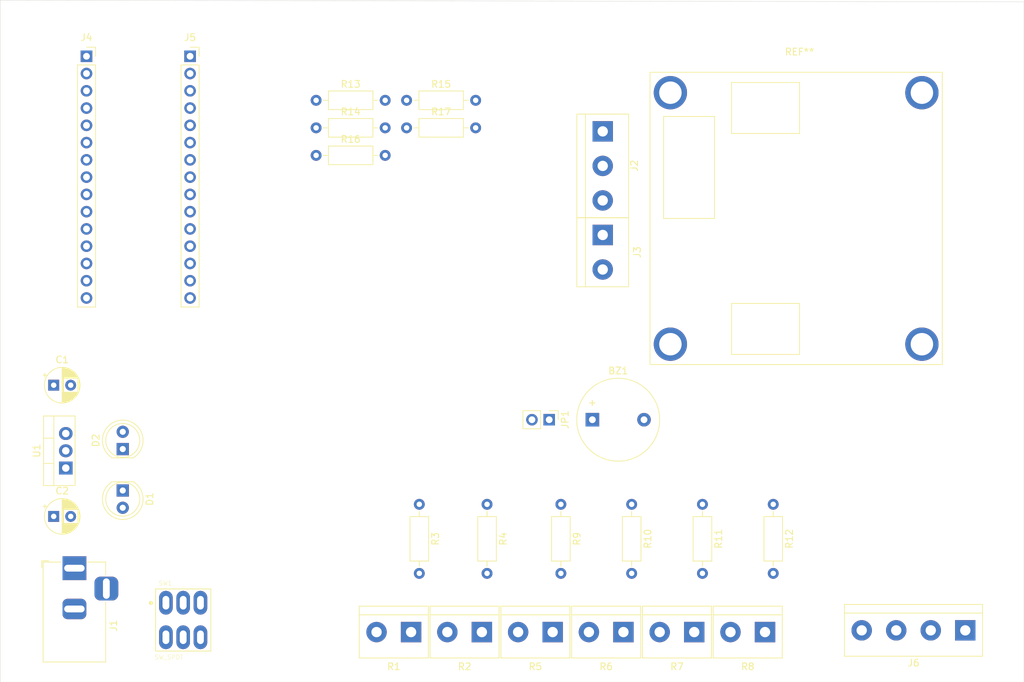
<source format=kicad_pcb>
(kicad_pcb (version 20171130) (host pcbnew "(5.1.10)-1")

  (general
    (thickness 1.6)
    (drawings 5)
    (tracks 0)
    (zones 0)
    (modules 32)
    (nets 36)
  )

  (page A4)
  (layers
    (0 F.Cu signal)
    (31 B.Cu signal)
    (32 B.Adhes user)
    (33 F.Adhes user)
    (34 B.Paste user)
    (35 F.Paste user)
    (36 B.SilkS user)
    (37 F.SilkS user)
    (38 B.Mask user)
    (39 F.Mask user)
    (40 Dwgs.User user)
    (41 Cmts.User user)
    (42 Eco1.User user)
    (43 Eco2.User user)
    (44 Edge.Cuts user)
    (45 Margin user)
    (46 B.CrtYd user)
    (47 F.CrtYd user)
    (48 B.Fab user)
    (49 F.Fab user)
  )

  (setup
    (last_trace_width 0.25)
    (trace_clearance 0.2)
    (zone_clearance 0.508)
    (zone_45_only no)
    (trace_min 0.2)
    (via_size 0.8)
    (via_drill 0.4)
    (via_min_size 0.4)
    (via_min_drill 0.3)
    (user_via 4.9 3.3)
    (uvia_size 0.3)
    (uvia_drill 0.1)
    (uvias_allowed no)
    (uvia_min_size 0.2)
    (uvia_min_drill 0.1)
    (edge_width 0.05)
    (segment_width 0.2)
    (pcb_text_width 0.3)
    (pcb_text_size 1.5 1.5)
    (mod_edge_width 0.12)
    (mod_text_size 1 1)
    (mod_text_width 0.15)
    (pad_size 1.524 1.524)
    (pad_drill 0.762)
    (pad_to_mask_clearance 0)
    (aux_axis_origin 0 0)
    (visible_elements 7FFFF7FF)
    (pcbplotparams
      (layerselection 0x010fc_ffffffff)
      (usegerberextensions false)
      (usegerberattributes true)
      (usegerberadvancedattributes true)
      (creategerberjobfile true)
      (excludeedgelayer true)
      (linewidth 0.100000)
      (plotframeref false)
      (viasonmask false)
      (mode 1)
      (useauxorigin false)
      (hpglpennumber 1)
      (hpglpenspeed 20)
      (hpglpendiameter 15.000000)
      (psnegative false)
      (psa4output false)
      (plotreference true)
      (plotvalue true)
      (plotinvisibletext false)
      (padsonsilk false)
      (subtractmaskfromsilk false)
      (outputformat 1)
      (mirror false)
      (drillshape 1)
      (scaleselection 1)
      (outputdirectory ""))
  )

  (net 0 "")
  (net 1 "Net-(BZ1-Pad2)")
  (net 2 "Net-(BZ1-Pad1)")
  (net 3 GND)
  (net 4 +12V)
  (net 5 VIN)
  (net 6 "Net-(D1-Pad1)")
  (net 7 D6)
  (net 8 "Net-(D2-Pad1)")
  (net 9 "Net-(J1-Pad2)")
  (net 10 D2)
  (net 11 D3)
  (net 12 D5)
  (net 13 D4)
  (net 14 RTS)
  (net 15 5V)
  (net 16 A7)
  (net 17 A6)
  (net 18 A5)
  (net 19 A4)
  (net 20 A3)
  (net 21 A2)
  (net 22 A1)
  (net 23 A0)
  (net 24 REF)
  (net 25 3v3)
  (net 26 D13)
  (net 27 TX)
  (net 28 RX)
  (net 29 D7)
  (net 30 D8)
  (net 31 D9)
  (net 32 D10)
  (net 33 D11)
  (net 34 D12)
  (net 35 "Net-(SW1-Pad3)")

  (net_class Default "This is the default net class."
    (clearance 0.2)
    (trace_width 0.25)
    (via_dia 0.8)
    (via_drill 0.4)
    (uvia_dia 0.3)
    (uvia_drill 0.1)
    (add_net +12V)
    (add_net 3v3)
    (add_net 5V)
    (add_net A0)
    (add_net A1)
    (add_net A2)
    (add_net A3)
    (add_net A4)
    (add_net A5)
    (add_net A6)
    (add_net A7)
    (add_net D10)
    (add_net D11)
    (add_net D12)
    (add_net D13)
    (add_net D2)
    (add_net D3)
    (add_net D4)
    (add_net D5)
    (add_net D6)
    (add_net D7)
    (add_net D8)
    (add_net D9)
    (add_net GND)
    (add_net "Net-(BZ1-Pad1)")
    (add_net "Net-(BZ1-Pad2)")
    (add_net "Net-(D1-Pad1)")
    (add_net "Net-(D2-Pad1)")
    (add_net "Net-(J1-Pad2)")
    (add_net "Net-(SW1-Pad3)")
    (add_net REF)
    (add_net RTS)
    (add_net RX)
    (add_net TX)
    (add_net VIN)
  )

  (module Resistor_THT:R_Axial_DIN0207_L6.3mm_D2.5mm_P10.16mm_Horizontal (layer F.Cu) (tedit 5AE5139B) (tstamp 613E996E)
    (at 94.59 73.9)
    (descr "Resistor, Axial_DIN0207 series, Axial, Horizontal, pin pitch=10.16mm, 0.25W = 1/4W, length*diameter=6.3*2.5mm^2, http://cdn-reichelt.de/documents/datenblatt/B400/1_4W%23YAG.pdf")
    (tags "Resistor Axial_DIN0207 series Axial Horizontal pin pitch 10.16mm 0.25W = 1/4W length 6.3mm diameter 2.5mm")
    (path /6148850E)
    (fp_text reference R17 (at 5.08 -2.37) (layer F.SilkS)
      (effects (font (size 1 1) (thickness 0.15)))
    )
    (fp_text value R (at 5.08 2.37) (layer F.Fab)
      (effects (font (size 1 1) (thickness 0.15)))
    )
    (fp_text user %R (at 5.08 0) (layer F.Fab)
      (effects (font (size 1 1) (thickness 0.15)))
    )
    (fp_line (start 1.93 -1.25) (end 1.93 1.25) (layer F.Fab) (width 0.1))
    (fp_line (start 1.93 1.25) (end 8.23 1.25) (layer F.Fab) (width 0.1))
    (fp_line (start 8.23 1.25) (end 8.23 -1.25) (layer F.Fab) (width 0.1))
    (fp_line (start 8.23 -1.25) (end 1.93 -1.25) (layer F.Fab) (width 0.1))
    (fp_line (start 0 0) (end 1.93 0) (layer F.Fab) (width 0.1))
    (fp_line (start 10.16 0) (end 8.23 0) (layer F.Fab) (width 0.1))
    (fp_line (start 1.81 -1.37) (end 1.81 1.37) (layer F.SilkS) (width 0.12))
    (fp_line (start 1.81 1.37) (end 8.35 1.37) (layer F.SilkS) (width 0.12))
    (fp_line (start 8.35 1.37) (end 8.35 -1.37) (layer F.SilkS) (width 0.12))
    (fp_line (start 8.35 -1.37) (end 1.81 -1.37) (layer F.SilkS) (width 0.12))
    (fp_line (start 1.04 0) (end 1.81 0) (layer F.SilkS) (width 0.12))
    (fp_line (start 9.12 0) (end 8.35 0) (layer F.SilkS) (width 0.12))
    (fp_line (start -1.05 -1.5) (end -1.05 1.5) (layer F.CrtYd) (width 0.05))
    (fp_line (start -1.05 1.5) (end 11.21 1.5) (layer F.CrtYd) (width 0.05))
    (fp_line (start 11.21 1.5) (end 11.21 -1.5) (layer F.CrtYd) (width 0.05))
    (fp_line (start 11.21 -1.5) (end -1.05 -1.5) (layer F.CrtYd) (width 0.05))
    (pad 2 thru_hole oval (at 10.16 0) (size 1.6 1.6) (drill 0.8) (layers *.Cu *.Mask)
      (net 1 "Net-(BZ1-Pad2)"))
    (pad 1 thru_hole circle (at 0 0) (size 1.6 1.6) (drill 0.8) (layers *.Cu *.Mask)
      (net 3 GND))
    (model ${KISYS3DMOD}/Resistor_THT.3dshapes/R_Axial_DIN0207_L6.3mm_D2.5mm_P10.16mm_Horizontal.wrl
      (at (xyz 0 0 0))
      (scale (xyz 1 1 1))
      (rotate (xyz 0 0 0))
    )
  )

  (module Resistor_THT:R_Axial_DIN0207_L6.3mm_D2.5mm_P10.16mm_Horizontal (layer F.Cu) (tedit 5AE5139B) (tstamp 613E9957)
    (at 81.28 77.95)
    (descr "Resistor, Axial_DIN0207 series, Axial, Horizontal, pin pitch=10.16mm, 0.25W = 1/4W, length*diameter=6.3*2.5mm^2, http://cdn-reichelt.de/documents/datenblatt/B400/1_4W%23YAG.pdf")
    (tags "Resistor Axial_DIN0207 series Axial Horizontal pin pitch 10.16mm 0.25W = 1/4W length 6.3mm diameter 2.5mm")
    (path /6153A0D7)
    (fp_text reference R16 (at 5.08 -2.37) (layer F.SilkS)
      (effects (font (size 1 1) (thickness 0.15)))
    )
    (fp_text value R (at 5.08 2.37) (layer F.Fab)
      (effects (font (size 1 1) (thickness 0.15)))
    )
    (fp_text user %R (at 5.08 0) (layer F.Fab)
      (effects (font (size 1 1) (thickness 0.15)))
    )
    (fp_line (start 1.93 -1.25) (end 1.93 1.25) (layer F.Fab) (width 0.1))
    (fp_line (start 1.93 1.25) (end 8.23 1.25) (layer F.Fab) (width 0.1))
    (fp_line (start 8.23 1.25) (end 8.23 -1.25) (layer F.Fab) (width 0.1))
    (fp_line (start 8.23 -1.25) (end 1.93 -1.25) (layer F.Fab) (width 0.1))
    (fp_line (start 0 0) (end 1.93 0) (layer F.Fab) (width 0.1))
    (fp_line (start 10.16 0) (end 8.23 0) (layer F.Fab) (width 0.1))
    (fp_line (start 1.81 -1.37) (end 1.81 1.37) (layer F.SilkS) (width 0.12))
    (fp_line (start 1.81 1.37) (end 8.35 1.37) (layer F.SilkS) (width 0.12))
    (fp_line (start 8.35 1.37) (end 8.35 -1.37) (layer F.SilkS) (width 0.12))
    (fp_line (start 8.35 -1.37) (end 1.81 -1.37) (layer F.SilkS) (width 0.12))
    (fp_line (start 1.04 0) (end 1.81 0) (layer F.SilkS) (width 0.12))
    (fp_line (start 9.12 0) (end 8.35 0) (layer F.SilkS) (width 0.12))
    (fp_line (start -1.05 -1.5) (end -1.05 1.5) (layer F.CrtYd) (width 0.05))
    (fp_line (start -1.05 1.5) (end 11.21 1.5) (layer F.CrtYd) (width 0.05))
    (fp_line (start 11.21 1.5) (end 11.21 -1.5) (layer F.CrtYd) (width 0.05))
    (fp_line (start 11.21 -1.5) (end -1.05 -1.5) (layer F.CrtYd) (width 0.05))
    (pad 2 thru_hole oval (at 10.16 0) (size 1.6 1.6) (drill 0.8) (layers *.Cu *.Mask)
      (net 3 GND))
    (pad 1 thru_hole circle (at 0 0) (size 1.6 1.6) (drill 0.8) (layers *.Cu *.Mask)
      (net 10 D2))
    (model ${KISYS3DMOD}/Resistor_THT.3dshapes/R_Axial_DIN0207_L6.3mm_D2.5mm_P10.16mm_Horizontal.wrl
      (at (xyz 0 0 0))
      (scale (xyz 1 1 1))
      (rotate (xyz 0 0 0))
    )
  )

  (module Resistor_THT:R_Axial_DIN0207_L6.3mm_D2.5mm_P10.16mm_Horizontal (layer F.Cu) (tedit 5AE5139B) (tstamp 613E9940)
    (at 94.59 69.85)
    (descr "Resistor, Axial_DIN0207 series, Axial, Horizontal, pin pitch=10.16mm, 0.25W = 1/4W, length*diameter=6.3*2.5mm^2, http://cdn-reichelt.de/documents/datenblatt/B400/1_4W%23YAG.pdf")
    (tags "Resistor Axial_DIN0207 series Axial Horizontal pin pitch 10.16mm 0.25W = 1/4W length 6.3mm diameter 2.5mm")
    (path /6152D5B4)
    (fp_text reference R15 (at 5.08 -2.37) (layer F.SilkS)
      (effects (font (size 1 1) (thickness 0.15)))
    )
    (fp_text value R (at 5.08 2.37) (layer F.Fab)
      (effects (font (size 1 1) (thickness 0.15)))
    )
    (fp_text user %R (at 5.08 0) (layer F.Fab)
      (effects (font (size 1 1) (thickness 0.15)))
    )
    (fp_line (start 1.93 -1.25) (end 1.93 1.25) (layer F.Fab) (width 0.1))
    (fp_line (start 1.93 1.25) (end 8.23 1.25) (layer F.Fab) (width 0.1))
    (fp_line (start 8.23 1.25) (end 8.23 -1.25) (layer F.Fab) (width 0.1))
    (fp_line (start 8.23 -1.25) (end 1.93 -1.25) (layer F.Fab) (width 0.1))
    (fp_line (start 0 0) (end 1.93 0) (layer F.Fab) (width 0.1))
    (fp_line (start 10.16 0) (end 8.23 0) (layer F.Fab) (width 0.1))
    (fp_line (start 1.81 -1.37) (end 1.81 1.37) (layer F.SilkS) (width 0.12))
    (fp_line (start 1.81 1.37) (end 8.35 1.37) (layer F.SilkS) (width 0.12))
    (fp_line (start 8.35 1.37) (end 8.35 -1.37) (layer F.SilkS) (width 0.12))
    (fp_line (start 8.35 -1.37) (end 1.81 -1.37) (layer F.SilkS) (width 0.12))
    (fp_line (start 1.04 0) (end 1.81 0) (layer F.SilkS) (width 0.12))
    (fp_line (start 9.12 0) (end 8.35 0) (layer F.SilkS) (width 0.12))
    (fp_line (start -1.05 -1.5) (end -1.05 1.5) (layer F.CrtYd) (width 0.05))
    (fp_line (start -1.05 1.5) (end 11.21 1.5) (layer F.CrtYd) (width 0.05))
    (fp_line (start 11.21 1.5) (end 11.21 -1.5) (layer F.CrtYd) (width 0.05))
    (fp_line (start 11.21 -1.5) (end -1.05 -1.5) (layer F.CrtYd) (width 0.05))
    (pad 2 thru_hole oval (at 10.16 0) (size 1.6 1.6) (drill 0.8) (layers *.Cu *.Mask)
      (net 3 GND))
    (pad 1 thru_hole circle (at 0 0) (size 1.6 1.6) (drill 0.8) (layers *.Cu *.Mask)
      (net 11 D3))
    (model ${KISYS3DMOD}/Resistor_THT.3dshapes/R_Axial_DIN0207_L6.3mm_D2.5mm_P10.16mm_Horizontal.wrl
      (at (xyz 0 0 0))
      (scale (xyz 1 1 1))
      (rotate (xyz 0 0 0))
    )
  )

  (module Resistor_THT:R_Axial_DIN0207_L6.3mm_D2.5mm_P10.16mm_Horizontal (layer F.Cu) (tedit 5AE5139B) (tstamp 613E9929)
    (at 81.28 73.9)
    (descr "Resistor, Axial_DIN0207 series, Axial, Horizontal, pin pitch=10.16mm, 0.25W = 1/4W, length*diameter=6.3*2.5mm^2, http://cdn-reichelt.de/documents/datenblatt/B400/1_4W%23YAG.pdf")
    (tags "Resistor Axial_DIN0207 series Axial Horizontal pin pitch 10.16mm 0.25W = 1/4W length 6.3mm diameter 2.5mm")
    (path /6146EE92)
    (fp_text reference R14 (at 5.08 -2.37) (layer F.SilkS)
      (effects (font (size 1 1) (thickness 0.15)))
    )
    (fp_text value R (at 5.08 2.37) (layer F.Fab)
      (effects (font (size 1 1) (thickness 0.15)))
    )
    (fp_text user %R (at 5.08 0) (layer F.Fab)
      (effects (font (size 1 1) (thickness 0.15)))
    )
    (fp_line (start 1.93 -1.25) (end 1.93 1.25) (layer F.Fab) (width 0.1))
    (fp_line (start 1.93 1.25) (end 8.23 1.25) (layer F.Fab) (width 0.1))
    (fp_line (start 8.23 1.25) (end 8.23 -1.25) (layer F.Fab) (width 0.1))
    (fp_line (start 8.23 -1.25) (end 1.93 -1.25) (layer F.Fab) (width 0.1))
    (fp_line (start 0 0) (end 1.93 0) (layer F.Fab) (width 0.1))
    (fp_line (start 10.16 0) (end 8.23 0) (layer F.Fab) (width 0.1))
    (fp_line (start 1.81 -1.37) (end 1.81 1.37) (layer F.SilkS) (width 0.12))
    (fp_line (start 1.81 1.37) (end 8.35 1.37) (layer F.SilkS) (width 0.12))
    (fp_line (start 8.35 1.37) (end 8.35 -1.37) (layer F.SilkS) (width 0.12))
    (fp_line (start 8.35 -1.37) (end 1.81 -1.37) (layer F.SilkS) (width 0.12))
    (fp_line (start 1.04 0) (end 1.81 0) (layer F.SilkS) (width 0.12))
    (fp_line (start 9.12 0) (end 8.35 0) (layer F.SilkS) (width 0.12))
    (fp_line (start -1.05 -1.5) (end -1.05 1.5) (layer F.CrtYd) (width 0.05))
    (fp_line (start -1.05 1.5) (end 11.21 1.5) (layer F.CrtYd) (width 0.05))
    (fp_line (start 11.21 1.5) (end 11.21 -1.5) (layer F.CrtYd) (width 0.05))
    (fp_line (start 11.21 -1.5) (end -1.05 -1.5) (layer F.CrtYd) (width 0.05))
    (pad 2 thru_hole oval (at 10.16 0) (size 1.6 1.6) (drill 0.8) (layers *.Cu *.Mask)
      (net 3 GND))
    (pad 1 thru_hole circle (at 0 0) (size 1.6 1.6) (drill 0.8) (layers *.Cu *.Mask)
      (net 8 "Net-(D2-Pad1)"))
    (model ${KISYS3DMOD}/Resistor_THT.3dshapes/R_Axial_DIN0207_L6.3mm_D2.5mm_P10.16mm_Horizontal.wrl
      (at (xyz 0 0 0))
      (scale (xyz 1 1 1))
      (rotate (xyz 0 0 0))
    )
  )

  (module Resistor_THT:R_Axial_DIN0207_L6.3mm_D2.5mm_P10.16mm_Horizontal (layer F.Cu) (tedit 5AE5139B) (tstamp 613E9912)
    (at 81.28 69.85)
    (descr "Resistor, Axial_DIN0207 series, Axial, Horizontal, pin pitch=10.16mm, 0.25W = 1/4W, length*diameter=6.3*2.5mm^2, http://cdn-reichelt.de/documents/datenblatt/B400/1_4W%23YAG.pdf")
    (tags "Resistor Axial_DIN0207 series Axial Horizontal pin pitch 10.16mm 0.25W = 1/4W length 6.3mm diameter 2.5mm")
    (path /61417BCF)
    (fp_text reference R13 (at 5.08 -2.37) (layer F.SilkS)
      (effects (font (size 1 1) (thickness 0.15)))
    )
    (fp_text value R (at 5.08 2.37) (layer F.Fab)
      (effects (font (size 1 1) (thickness 0.15)))
    )
    (fp_text user %R (at 5.08 0) (layer F.Fab)
      (effects (font (size 1 1) (thickness 0.15)))
    )
    (fp_line (start 1.93 -1.25) (end 1.93 1.25) (layer F.Fab) (width 0.1))
    (fp_line (start 1.93 1.25) (end 8.23 1.25) (layer F.Fab) (width 0.1))
    (fp_line (start 8.23 1.25) (end 8.23 -1.25) (layer F.Fab) (width 0.1))
    (fp_line (start 8.23 -1.25) (end 1.93 -1.25) (layer F.Fab) (width 0.1))
    (fp_line (start 0 0) (end 1.93 0) (layer F.Fab) (width 0.1))
    (fp_line (start 10.16 0) (end 8.23 0) (layer F.Fab) (width 0.1))
    (fp_line (start 1.81 -1.37) (end 1.81 1.37) (layer F.SilkS) (width 0.12))
    (fp_line (start 1.81 1.37) (end 8.35 1.37) (layer F.SilkS) (width 0.12))
    (fp_line (start 8.35 1.37) (end 8.35 -1.37) (layer F.SilkS) (width 0.12))
    (fp_line (start 8.35 -1.37) (end 1.81 -1.37) (layer F.SilkS) (width 0.12))
    (fp_line (start 1.04 0) (end 1.81 0) (layer F.SilkS) (width 0.12))
    (fp_line (start 9.12 0) (end 8.35 0) (layer F.SilkS) (width 0.12))
    (fp_line (start -1.05 -1.5) (end -1.05 1.5) (layer F.CrtYd) (width 0.05))
    (fp_line (start -1.05 1.5) (end 11.21 1.5) (layer F.CrtYd) (width 0.05))
    (fp_line (start 11.21 1.5) (end 11.21 -1.5) (layer F.CrtYd) (width 0.05))
    (fp_line (start 11.21 -1.5) (end -1.05 -1.5) (layer F.CrtYd) (width 0.05))
    (pad 2 thru_hole oval (at 10.16 0) (size 1.6 1.6) (drill 0.8) (layers *.Cu *.Mask)
      (net 3 GND))
    (pad 1 thru_hole circle (at 0 0) (size 1.6 1.6) (drill 0.8) (layers *.Cu *.Mask)
      (net 6 "Net-(D1-Pad1)"))
    (model ${KISYS3DMOD}/Resistor_THT.3dshapes/R_Axial_DIN0207_L6.3mm_D2.5mm_P10.16mm_Horizontal.wrl
      (at (xyz 0 0 0))
      (scale (xyz 1 1 1))
      (rotate (xyz 0 0 0))
    )
  )

  (module Painel-Solar:ponteH (layer F.Cu) (tedit 613C0C15) (tstamp 613C0F74)
    (at 152.4 62.23)
    (fp_text reference REF** (at 0 0.5) (layer F.SilkS)
      (effects (font (size 1 1) (thickness 0.15)))
    )
    (fp_text value ponteH (at 0 -0.5) (layer F.Fab)
      (effects (font (size 1 1) (thickness 0.15)))
    )
    (fp_line (start 0 45) (end 0 37.5) (layer F.SilkS) (width 0.12))
    (fp_line (start -10 37.5) (end -10 45) (layer F.SilkS) (width 0.12))
    (fp_line (start 0 37.5) (end -10 37.5) (layer F.SilkS) (width 0.12))
    (fp_line (start -10 45) (end 0 45) (layer F.SilkS) (width 0.12))
    (fp_line (start -20 25) (end -20 10) (layer F.SilkS) (width 0.12))
    (fp_line (start -19.5 25) (end -20 25) (layer F.SilkS) (width 0.12))
    (fp_line (start -12.5 25) (end -19.5 25) (layer F.SilkS) (width 0.12))
    (fp_line (start -12.5 10) (end -12.5 25) (layer F.SilkS) (width 0.12))
    (fp_line (start -20 10) (end -12.5 10) (layer F.SilkS) (width 0.12))
    (fp_line (start 0 5) (end -10 5) (layer F.SilkS) (width 0.12))
    (fp_line (start 0 12.5) (end 0 5) (layer F.SilkS) (width 0.12))
    (fp_line (start -10 12.5) (end 0 12.5) (layer F.SilkS) (width 0.12))
    (fp_line (start -10 5) (end -10 12.5) (layer F.SilkS) (width 0.12))
    (fp_line (start -22 46.5) (end -22 3.5) (layer F.SilkS) (width 0.12))
    (fp_line (start 21 46.5) (end -22 46.5) (layer F.SilkS) (width 0.12))
    (fp_line (start 21 3.5) (end 21 46.5) (layer F.SilkS) (width 0.12))
    (fp_line (start -22 3.5) (end 21 3.5) (layer F.SilkS) (width 0.12))
    (pad 1 thru_hole circle (at -19 43.5) (size 4.9 4.9) (drill 3.3) (layers *.Cu *.Mask))
    (pad 1 thru_hole circle (at 18 43.5) (size 4.9 4.9) (drill 3.3) (layers *.Cu *.Mask))
    (pad 1 thru_hole circle (at 18 6.5) (size 4.9 4.9) (drill 3.3) (layers *.Cu *.Mask))
    (pad 1 thru_hole circle (at -19 6.5) (size 4.9 4.9) (drill 3.3) (layers *.Cu *.Mask))
    (model "${KIPRJMOD}/Footprints e modelos 3d/L298N Motor Driver.STEP"
      (offset (xyz -0.5 -25 0))
      (scale (xyz 1 1 1))
      (rotate (xyz -90 0 -90))
    )
  )

  (module TerminalBlock:TerminalBlock_bornier-4_P5.08mm (layer F.Cu) (tedit 59FF03D1) (tstamp 613D0462)
    (at 176.784 147.828 180)
    (descr "simple 4-pin terminal block, pitch 5.08mm, revamped version of bornier4")
    (tags "terminal block bornier4")
    (path /61473C9D)
    (fp_text reference J6 (at 7.6 -4.8) (layer F.SilkS)
      (effects (font (size 1 1) (thickness 0.15)))
    )
    (fp_text value Conn_01x04_Female (at 7.6 4.75) (layer F.Fab)
      (effects (font (size 1 1) (thickness 0.15)))
    )
    (fp_line (start -2.48 2.55) (end 17.72 2.55) (layer F.Fab) (width 0.1))
    (fp_line (start -2.43 3.75) (end -2.48 3.75) (layer F.Fab) (width 0.1))
    (fp_line (start -2.48 3.75) (end -2.48 -3.75) (layer F.Fab) (width 0.1))
    (fp_line (start -2.48 -3.75) (end 17.72 -3.75) (layer F.Fab) (width 0.1))
    (fp_line (start 17.72 -3.75) (end 17.72 3.75) (layer F.Fab) (width 0.1))
    (fp_line (start 17.72 3.75) (end -2.43 3.75) (layer F.Fab) (width 0.1))
    (fp_line (start -2.54 -3.81) (end -2.54 3.81) (layer F.SilkS) (width 0.12))
    (fp_line (start 17.78 3.81) (end 17.78 -3.81) (layer F.SilkS) (width 0.12))
    (fp_line (start 17.78 2.54) (end -2.54 2.54) (layer F.SilkS) (width 0.12))
    (fp_line (start -2.54 -3.81) (end 17.78 -3.81) (layer F.SilkS) (width 0.12))
    (fp_line (start -2.54 3.81) (end 17.78 3.81) (layer F.SilkS) (width 0.12))
    (fp_line (start -2.73 -4) (end 17.97 -4) (layer F.CrtYd) (width 0.05))
    (fp_line (start -2.73 -4) (end -2.73 4) (layer F.CrtYd) (width 0.05))
    (fp_line (start 17.97 4) (end 17.97 -4) (layer F.CrtYd) (width 0.05))
    (fp_line (start 17.97 4) (end -2.73 4) (layer F.CrtYd) (width 0.05))
    (fp_text user %R (at 7.62 0) (layer F.Fab)
      (effects (font (size 1 1) (thickness 0.15)))
    )
    (pad 4 thru_hole circle (at 15.24 0 180) (size 3 3) (drill 1.52) (layers *.Cu *.Mask)
      (net 10 D2))
    (pad 1 thru_hole rect (at 0 0 180) (size 3 3) (drill 1.52) (layers *.Cu *.Mask)
      (net 5 VIN))
    (pad 3 thru_hole circle (at 10.16 0 180) (size 3 3) (drill 1.52) (layers *.Cu *.Mask)
      (net 5 VIN))
    (pad 2 thru_hole circle (at 5.08 0 180) (size 3 3) (drill 1.52) (layers *.Cu *.Mask)
      (net 11 D3))
    (model ${KISYS3DMOD}/TerminalBlock.3dshapes/TerminalBlock_bornier-4_P5.08mm.wrl
      (offset (xyz 7.619999885559082 0 0))
      (scale (xyz 1 1 1))
      (rotate (xyz 0 0 0))
    )
  )

  (module TerminalBlock:TerminalBlock_bornier-2_P5.08mm (layer F.Cu) (tedit 59FF03AB) (tstamp 613D03C2)
    (at 123.444 89.662 270)
    (descr "simple 2-pin terminal block, pitch 5.08mm, revamped version of bornier2")
    (tags "terminal block bornier2")
    (path /61474DE5)
    (fp_text reference J3 (at 2.54 -5.08 90) (layer F.SilkS)
      (effects (font (size 1 1) (thickness 0.15)))
    )
    (fp_text value Conn_01x02_Female (at 2.54 5.08 90) (layer F.Fab)
      (effects (font (size 1 1) (thickness 0.15)))
    )
    (fp_line (start -2.41 2.55) (end 7.49 2.55) (layer F.Fab) (width 0.1))
    (fp_line (start -2.46 -3.75) (end -2.46 3.75) (layer F.Fab) (width 0.1))
    (fp_line (start -2.46 3.75) (end 7.54 3.75) (layer F.Fab) (width 0.1))
    (fp_line (start 7.54 3.75) (end 7.54 -3.75) (layer F.Fab) (width 0.1))
    (fp_line (start 7.54 -3.75) (end -2.46 -3.75) (layer F.Fab) (width 0.1))
    (fp_line (start 7.62 2.54) (end -2.54 2.54) (layer F.SilkS) (width 0.12))
    (fp_line (start 7.62 3.81) (end 7.62 -3.81) (layer F.SilkS) (width 0.12))
    (fp_line (start 7.62 -3.81) (end -2.54 -3.81) (layer F.SilkS) (width 0.12))
    (fp_line (start -2.54 -3.81) (end -2.54 3.81) (layer F.SilkS) (width 0.12))
    (fp_line (start -2.54 3.81) (end 7.62 3.81) (layer F.SilkS) (width 0.12))
    (fp_line (start -2.71 -4) (end 7.79 -4) (layer F.CrtYd) (width 0.05))
    (fp_line (start -2.71 -4) (end -2.71 4) (layer F.CrtYd) (width 0.05))
    (fp_line (start 7.79 4) (end 7.79 -4) (layer F.CrtYd) (width 0.05))
    (fp_line (start 7.79 4) (end -2.71 4) (layer F.CrtYd) (width 0.05))
    (fp_text user %R (at 2.54 0 90) (layer F.Fab)
      (effects (font (size 1 1) (thickness 0.15)))
    )
    (pad 2 thru_hole circle (at 5.08 0 270) (size 3 3) (drill 1.52) (layers *.Cu *.Mask)
      (net 13 D4))
    (pad 1 thru_hole rect (at 0 0 270) (size 3 3) (drill 1.52) (layers *.Cu *.Mask)
      (net 12 D5))
    (model ${KISYS3DMOD}/TerminalBlock.3dshapes/TerminalBlock_bornier-2_P5.08mm.wrl
      (offset (xyz 2.539999961853027 0 0))
      (scale (xyz 1 1 1))
      (rotate (xyz 0 0 0))
    )
  )

  (module TerminalBlock:TerminalBlock_bornier-2_P5.08mm (layer F.Cu) (tedit 59FF03AB) (tstamp 613CEE0D)
    (at 105.664 148.082 180)
    (descr "simple 2-pin terminal block, pitch 5.08mm, revamped version of bornier2")
    (tags "terminal block bornier2")
    (path /613CAF2B)
    (fp_text reference R2 (at 2.54 -5.08) (layer F.SilkS)
      (effects (font (size 1 1) (thickness 0.15)))
    )
    (fp_text value LDR03 (at 2.54 5.08) (layer F.Fab)
      (effects (font (size 1 1) (thickness 0.15)))
    )
    (fp_line (start -2.41 2.55) (end 7.49 2.55) (layer F.Fab) (width 0.1))
    (fp_line (start -2.46 -3.75) (end -2.46 3.75) (layer F.Fab) (width 0.1))
    (fp_line (start -2.46 3.75) (end 7.54 3.75) (layer F.Fab) (width 0.1))
    (fp_line (start 7.54 3.75) (end 7.54 -3.75) (layer F.Fab) (width 0.1))
    (fp_line (start 7.54 -3.75) (end -2.46 -3.75) (layer F.Fab) (width 0.1))
    (fp_line (start 7.62 2.54) (end -2.54 2.54) (layer F.SilkS) (width 0.12))
    (fp_line (start 7.62 3.81) (end 7.62 -3.81) (layer F.SilkS) (width 0.12))
    (fp_line (start 7.62 -3.81) (end -2.54 -3.81) (layer F.SilkS) (width 0.12))
    (fp_line (start -2.54 -3.81) (end -2.54 3.81) (layer F.SilkS) (width 0.12))
    (fp_line (start -2.54 3.81) (end 7.62 3.81) (layer F.SilkS) (width 0.12))
    (fp_line (start -2.71 -4) (end 7.79 -4) (layer F.CrtYd) (width 0.05))
    (fp_line (start -2.71 -4) (end -2.71 4) (layer F.CrtYd) (width 0.05))
    (fp_line (start 7.79 4) (end 7.79 -4) (layer F.CrtYd) (width 0.05))
    (fp_line (start 7.79 4) (end -2.71 4) (layer F.CrtYd) (width 0.05))
    (fp_text user %R (at 2.54 0) (layer F.Fab)
      (effects (font (size 1 1) (thickness 0.15)))
    )
    (pad 2 thru_hole circle (at 5.08 0 180) (size 3 3) (drill 1.52) (layers *.Cu *.Mask)
      (net 5 VIN))
    (pad 1 thru_hole rect (at 0 0 180) (size 3 3) (drill 1.52) (layers *.Cu *.Mask)
      (net 22 A1))
    (model ${KISYS3DMOD}/TerminalBlock.3dshapes/TerminalBlock_bornier-2_P5.08mm.wrl
      (offset (xyz 2.539999961853027 0 0))
      (scale (xyz 1 1 1))
      (rotate (xyz 0 0 0))
    )
  )

  (module TE_2267077-2:TE_2267077-2 (layer F.Cu) (tedit 613BFCBB) (tstamp 613CD731)
    (at 61.722 146.304)
    (path /613D1A8C)
    (fp_text reference SW1 (at -2.62852 -5.4149) (layer F.SilkS)
      (effects (font (size 0.641006 0.641006) (thickness 0.05)))
    )
    (fp_text value SW_SPDT (at -2.09235 5.47814) (layer F.SilkS)
      (effects (font (size 0.640413 0.640413) (thickness 0.05)))
    )
    (fp_circle (center -4.75 -2.5) (end -4.6 -2.5) (layer F.SilkS) (width 0.3))
    (fp_line (start -4.31 -4.82) (end 4.31 -4.82) (layer Eco1.User) (width 0.05))
    (fp_line (start -4.31 4.82) (end -4.31 -4.82) (layer Eco1.User) (width 0.05))
    (fp_line (start 4.31 4.82) (end -4.31 4.82) (layer Eco1.User) (width 0.05))
    (fp_line (start 4.31 -4.82) (end 4.31 4.82) (layer Eco1.User) (width 0.05))
    (fp_line (start -4.06 -4.57) (end 4.06 -4.57) (layer F.SilkS) (width 0.127))
    (fp_line (start -4.06 4.57) (end -4.06 -4.57) (layer F.SilkS) (width 0.127))
    (fp_line (start 4.06 4.57) (end -4.06 4.57) (layer F.SilkS) (width 0.127))
    (fp_line (start 4.06 -4.57) (end 4.06 4.57) (layer F.SilkS) (width 0.127))
    (fp_line (start -4.06 -4.57) (end 4.06 -4.57) (layer Eco2.User) (width 0.127))
    (fp_line (start -4.06 4.57) (end -4.06 -4.57) (layer Eco2.User) (width 0.127))
    (fp_line (start 4.06 4.57) (end -4.06 4.57) (layer Eco2.User) (width 0.127))
    (fp_line (start 4.06 -4.57) (end 4.06 4.57) (layer Eco2.User) (width 0.127))
    (pad 6 thru_hole oval (at 2.54 2.54 270) (size 3.5 2) (drill oval 2 1) (layers *.Cu *.Mask))
    (pad 5 thru_hole oval (at 0 2.54 270) (size 3.5 2) (drill oval 2 1) (layers *.Cu *.Mask))
    (pad 4 thru_hole oval (at -2.54 2.54 270) (size 3.5 2) (drill oval 2 1) (layers *.Cu *.Mask))
    (pad 3 thru_hole oval (at 2.54 -2.54 270) (size 3.5 2) (drill oval 2 1) (layers *.Cu *.Mask)
      (net 35 "Net-(SW1-Pad3)"))
    (pad 2 thru_hole oval (at 0 -2.54 270) (size 3.5 2) (drill oval 2 1) (layers *.Cu *.Mask)
      (net 3 GND))
    (pad 1 thru_hole oval (at -2.54 -2.54 270) (size 3.5 2) (drill oval 2 1) (layers *.Cu *.Mask)
      (net 9 "Net-(J1-Pad2)"))
    (model "${KIPRJMOD}/Footprints e modelos 3d/2267077-3.stp"
      (offset (xyz 0 0 26))
      (scale (xyz 1 1 1))
      (rotate (xyz 0 0 90))
    )
  )

  (module Package_TO_SOT_THT:TO-220-3_Vertical (layer F.Cu) (tedit 5AC8BA0D) (tstamp 613C64F6)
    (at 44.45 123.952 90)
    (descr "TO-220-3, Vertical, RM 2.54mm, see https://www.vishay.com/docs/66542/to-220-1.pdf")
    (tags "TO-220-3 Vertical RM 2.54mm")
    (path /613A917B)
    (fp_text reference U1 (at 2.54 -4.27 90) (layer F.SilkS)
      (effects (font (size 1 1) (thickness 0.15)))
    )
    (fp_text value L78L05_SO8 (at 2.54 2.5 90) (layer F.Fab)
      (effects (font (size 1 1) (thickness 0.15)))
    )
    (fp_line (start -2.46 -3.15) (end -2.46 1.25) (layer F.Fab) (width 0.1))
    (fp_line (start -2.46 1.25) (end 7.54 1.25) (layer F.Fab) (width 0.1))
    (fp_line (start 7.54 1.25) (end 7.54 -3.15) (layer F.Fab) (width 0.1))
    (fp_line (start 7.54 -3.15) (end -2.46 -3.15) (layer F.Fab) (width 0.1))
    (fp_line (start -2.46 -1.88) (end 7.54 -1.88) (layer F.Fab) (width 0.1))
    (fp_line (start 0.69 -3.15) (end 0.69 -1.88) (layer F.Fab) (width 0.1))
    (fp_line (start 4.39 -3.15) (end 4.39 -1.88) (layer F.Fab) (width 0.1))
    (fp_line (start -2.58 -3.27) (end 7.66 -3.27) (layer F.SilkS) (width 0.12))
    (fp_line (start -2.58 1.371) (end 7.66 1.371) (layer F.SilkS) (width 0.12))
    (fp_line (start -2.58 -3.27) (end -2.58 1.371) (layer F.SilkS) (width 0.12))
    (fp_line (start 7.66 -3.27) (end 7.66 1.371) (layer F.SilkS) (width 0.12))
    (fp_line (start -2.58 -1.76) (end 7.66 -1.76) (layer F.SilkS) (width 0.12))
    (fp_line (start 0.69 -3.27) (end 0.69 -1.76) (layer F.SilkS) (width 0.12))
    (fp_line (start 4.391 -3.27) (end 4.391 -1.76) (layer F.SilkS) (width 0.12))
    (fp_line (start -2.71 -3.4) (end -2.71 1.51) (layer F.CrtYd) (width 0.05))
    (fp_line (start -2.71 1.51) (end 7.79 1.51) (layer F.CrtYd) (width 0.05))
    (fp_line (start 7.79 1.51) (end 7.79 -3.4) (layer F.CrtYd) (width 0.05))
    (fp_line (start 7.79 -3.4) (end -2.71 -3.4) (layer F.CrtYd) (width 0.05))
    (fp_text user %R (at 2.54 -4.27 90) (layer F.Fab)
      (effects (font (size 1 1) (thickness 0.15)))
    )
    (pad 3 thru_hole oval (at 5.08 0 90) (size 1.905 2) (drill 1.1) (layers *.Cu *.Mask)
      (net 3 GND))
    (pad 2 thru_hole oval (at 2.54 0 90) (size 1.905 2) (drill 1.1) (layers *.Cu *.Mask)
      (net 3 GND))
    (pad 1 thru_hole rect (at 0 0 90) (size 1.905 2) (drill 1.1) (layers *.Cu *.Mask)
      (net 5 VIN))
    (model ${KISYS3DMOD}/Package_TO_SOT_THT.3dshapes/TO-220-3_Vertical.wrl
      (at (xyz 0 0 0))
      (scale (xyz 1 1 1))
      (rotate (xyz 0 0 0))
    )
  )

  (module Resistor_THT:R_Axial_DIN0207_L6.3mm_D2.5mm_P10.16mm_Horizontal (layer F.Cu) (tedit 5AE5139B) (tstamp 613C641C)
    (at 148.53 129.286 270)
    (descr "Resistor, Axial_DIN0207 series, Axial, Horizontal, pin pitch=10.16mm, 0.25W = 1/4W, length*diameter=6.3*2.5mm^2, http://cdn-reichelt.de/documents/datenblatt/B400/1_4W%23YAG.pdf")
    (tags "Resistor Axial_DIN0207 series Axial Horizontal pin pitch 10.16mm 0.25W = 1/4W length 6.3mm diameter 2.5mm")
    (path /614E3BE4)
    (fp_text reference R12 (at 5.08 -2.37 90) (layer F.SilkS)
      (effects (font (size 1 1) (thickness 0.15)))
    )
    (fp_text value R (at 5.08 2.37 90) (layer F.Fab)
      (effects (font (size 1 1) (thickness 0.15)))
    )
    (fp_line (start 1.93 -1.25) (end 1.93 1.25) (layer F.Fab) (width 0.1))
    (fp_line (start 1.93 1.25) (end 8.23 1.25) (layer F.Fab) (width 0.1))
    (fp_line (start 8.23 1.25) (end 8.23 -1.25) (layer F.Fab) (width 0.1))
    (fp_line (start 8.23 -1.25) (end 1.93 -1.25) (layer F.Fab) (width 0.1))
    (fp_line (start 0 0) (end 1.93 0) (layer F.Fab) (width 0.1))
    (fp_line (start 10.16 0) (end 8.23 0) (layer F.Fab) (width 0.1))
    (fp_line (start 1.81 -1.37) (end 1.81 1.37) (layer F.SilkS) (width 0.12))
    (fp_line (start 1.81 1.37) (end 8.35 1.37) (layer F.SilkS) (width 0.12))
    (fp_line (start 8.35 1.37) (end 8.35 -1.37) (layer F.SilkS) (width 0.12))
    (fp_line (start 8.35 -1.37) (end 1.81 -1.37) (layer F.SilkS) (width 0.12))
    (fp_line (start 1.04 0) (end 1.81 0) (layer F.SilkS) (width 0.12))
    (fp_line (start 9.12 0) (end 8.35 0) (layer F.SilkS) (width 0.12))
    (fp_line (start -1.05 -1.5) (end -1.05 1.5) (layer F.CrtYd) (width 0.05))
    (fp_line (start -1.05 1.5) (end 11.21 1.5) (layer F.CrtYd) (width 0.05))
    (fp_line (start 11.21 1.5) (end 11.21 -1.5) (layer F.CrtYd) (width 0.05))
    (fp_line (start 11.21 -1.5) (end -1.05 -1.5) (layer F.CrtYd) (width 0.05))
    (fp_text user %R (at 5.08 0 90) (layer F.Fab)
      (effects (font (size 1 1) (thickness 0.15)))
    )
    (pad 2 thru_hole oval (at 10.16 0 270) (size 1.6 1.6) (drill 0.8) (layers *.Cu *.Mask)
      (net 18 A5))
    (pad 1 thru_hole circle (at 0 0 270) (size 1.6 1.6) (drill 0.8) (layers *.Cu *.Mask)
      (net 3 GND))
    (model ${KISYS3DMOD}/Resistor_THT.3dshapes/R_Axial_DIN0207_L6.3mm_D2.5mm_P10.16mm_Horizontal.wrl
      (at (xyz 0 0 0))
      (scale (xyz 1 1 1))
      (rotate (xyz 0 0 0))
    )
  )

  (module Resistor_THT:R_Axial_DIN0207_L6.3mm_D2.5mm_P10.16mm_Horizontal (layer F.Cu) (tedit 5AE5139B) (tstamp 613C6405)
    (at 138.116 129.286 270)
    (descr "Resistor, Axial_DIN0207 series, Axial, Horizontal, pin pitch=10.16mm, 0.25W = 1/4W, length*diameter=6.3*2.5mm^2, http://cdn-reichelt.de/documents/datenblatt/B400/1_4W%23YAG.pdf")
    (tags "Resistor Axial_DIN0207 series Axial Horizontal pin pitch 10.16mm 0.25W = 1/4W length 6.3mm diameter 2.5mm")
    (path /614E3BEA)
    (fp_text reference R11 (at 5.08 -2.37 90) (layer F.SilkS)
      (effects (font (size 1 1) (thickness 0.15)))
    )
    (fp_text value R (at 5.08 2.37 90) (layer F.Fab)
      (effects (font (size 1 1) (thickness 0.15)))
    )
    (fp_line (start 1.93 -1.25) (end 1.93 1.25) (layer F.Fab) (width 0.1))
    (fp_line (start 1.93 1.25) (end 8.23 1.25) (layer F.Fab) (width 0.1))
    (fp_line (start 8.23 1.25) (end 8.23 -1.25) (layer F.Fab) (width 0.1))
    (fp_line (start 8.23 -1.25) (end 1.93 -1.25) (layer F.Fab) (width 0.1))
    (fp_line (start 0 0) (end 1.93 0) (layer F.Fab) (width 0.1))
    (fp_line (start 10.16 0) (end 8.23 0) (layer F.Fab) (width 0.1))
    (fp_line (start 1.81 -1.37) (end 1.81 1.37) (layer F.SilkS) (width 0.12))
    (fp_line (start 1.81 1.37) (end 8.35 1.37) (layer F.SilkS) (width 0.12))
    (fp_line (start 8.35 1.37) (end 8.35 -1.37) (layer F.SilkS) (width 0.12))
    (fp_line (start 8.35 -1.37) (end 1.81 -1.37) (layer F.SilkS) (width 0.12))
    (fp_line (start 1.04 0) (end 1.81 0) (layer F.SilkS) (width 0.12))
    (fp_line (start 9.12 0) (end 8.35 0) (layer F.SilkS) (width 0.12))
    (fp_line (start -1.05 -1.5) (end -1.05 1.5) (layer F.CrtYd) (width 0.05))
    (fp_line (start -1.05 1.5) (end 11.21 1.5) (layer F.CrtYd) (width 0.05))
    (fp_line (start 11.21 1.5) (end 11.21 -1.5) (layer F.CrtYd) (width 0.05))
    (fp_line (start 11.21 -1.5) (end -1.05 -1.5) (layer F.CrtYd) (width 0.05))
    (fp_text user %R (at 5.08 0 90) (layer F.Fab)
      (effects (font (size 1 1) (thickness 0.15)))
    )
    (pad 2 thru_hole oval (at 10.16 0 270) (size 1.6 1.6) (drill 0.8) (layers *.Cu *.Mask)
      (net 19 A4))
    (pad 1 thru_hole circle (at 0 0 270) (size 1.6 1.6) (drill 0.8) (layers *.Cu *.Mask)
      (net 3 GND))
    (model ${KISYS3DMOD}/Resistor_THT.3dshapes/R_Axial_DIN0207_L6.3mm_D2.5mm_P10.16mm_Horizontal.wrl
      (at (xyz 0 0 0))
      (scale (xyz 1 1 1))
      (rotate (xyz 0 0 0))
    )
  )

  (module Resistor_THT:R_Axial_DIN0207_L6.3mm_D2.5mm_P10.16mm_Horizontal (layer F.Cu) (tedit 5AE5139B) (tstamp 613C63EE)
    (at 127.702 129.286 270)
    (descr "Resistor, Axial_DIN0207 series, Axial, Horizontal, pin pitch=10.16mm, 0.25W = 1/4W, length*diameter=6.3*2.5mm^2, http://cdn-reichelt.de/documents/datenblatt/B400/1_4W%23YAG.pdf")
    (tags "Resistor Axial_DIN0207 series Axial Horizontal pin pitch 10.16mm 0.25W = 1/4W length 6.3mm diameter 2.5mm")
    (path /614E0EF3)
    (fp_text reference R10 (at 5.08 -2.37 90) (layer F.SilkS)
      (effects (font (size 1 1) (thickness 0.15)))
    )
    (fp_text value R (at 5.08 2.37 90) (layer F.Fab)
      (effects (font (size 1 1) (thickness 0.15)))
    )
    (fp_line (start 1.93 -1.25) (end 1.93 1.25) (layer F.Fab) (width 0.1))
    (fp_line (start 1.93 1.25) (end 8.23 1.25) (layer F.Fab) (width 0.1))
    (fp_line (start 8.23 1.25) (end 8.23 -1.25) (layer F.Fab) (width 0.1))
    (fp_line (start 8.23 -1.25) (end 1.93 -1.25) (layer F.Fab) (width 0.1))
    (fp_line (start 0 0) (end 1.93 0) (layer F.Fab) (width 0.1))
    (fp_line (start 10.16 0) (end 8.23 0) (layer F.Fab) (width 0.1))
    (fp_line (start 1.81 -1.37) (end 1.81 1.37) (layer F.SilkS) (width 0.12))
    (fp_line (start 1.81 1.37) (end 8.35 1.37) (layer F.SilkS) (width 0.12))
    (fp_line (start 8.35 1.37) (end 8.35 -1.37) (layer F.SilkS) (width 0.12))
    (fp_line (start 8.35 -1.37) (end 1.81 -1.37) (layer F.SilkS) (width 0.12))
    (fp_line (start 1.04 0) (end 1.81 0) (layer F.SilkS) (width 0.12))
    (fp_line (start 9.12 0) (end 8.35 0) (layer F.SilkS) (width 0.12))
    (fp_line (start -1.05 -1.5) (end -1.05 1.5) (layer F.CrtYd) (width 0.05))
    (fp_line (start -1.05 1.5) (end 11.21 1.5) (layer F.CrtYd) (width 0.05))
    (fp_line (start 11.21 1.5) (end 11.21 -1.5) (layer F.CrtYd) (width 0.05))
    (fp_line (start 11.21 -1.5) (end -1.05 -1.5) (layer F.CrtYd) (width 0.05))
    (fp_text user %R (at 5.08 0 90) (layer F.Fab)
      (effects (font (size 1 1) (thickness 0.15)))
    )
    (pad 2 thru_hole oval (at 10.16 0 270) (size 1.6 1.6) (drill 0.8) (layers *.Cu *.Mask)
      (net 20 A3))
    (pad 1 thru_hole circle (at 0 0 270) (size 1.6 1.6) (drill 0.8) (layers *.Cu *.Mask)
      (net 3 GND))
    (model ${KISYS3DMOD}/Resistor_THT.3dshapes/R_Axial_DIN0207_L6.3mm_D2.5mm_P10.16mm_Horizontal.wrl
      (at (xyz 0 0 0))
      (scale (xyz 1 1 1))
      (rotate (xyz 0 0 0))
    )
  )

  (module Resistor_THT:R_Axial_DIN0207_L6.3mm_D2.5mm_P10.16mm_Horizontal (layer F.Cu) (tedit 5AE5139B) (tstamp 613C63D7)
    (at 117.288 129.286 270)
    (descr "Resistor, Axial_DIN0207 series, Axial, Horizontal, pin pitch=10.16mm, 0.25W = 1/4W, length*diameter=6.3*2.5mm^2, http://cdn-reichelt.de/documents/datenblatt/B400/1_4W%23YAG.pdf")
    (tags "Resistor Axial_DIN0207 series Axial Horizontal pin pitch 10.16mm 0.25W = 1/4W length 6.3mm diameter 2.5mm")
    (path /614E0EF9)
    (fp_text reference R9 (at 5.08 -2.37 90) (layer F.SilkS)
      (effects (font (size 1 1) (thickness 0.15)))
    )
    (fp_text value R (at 5.08 2.37 90) (layer F.Fab)
      (effects (font (size 1 1) (thickness 0.15)))
    )
    (fp_line (start 1.93 -1.25) (end 1.93 1.25) (layer F.Fab) (width 0.1))
    (fp_line (start 1.93 1.25) (end 8.23 1.25) (layer F.Fab) (width 0.1))
    (fp_line (start 8.23 1.25) (end 8.23 -1.25) (layer F.Fab) (width 0.1))
    (fp_line (start 8.23 -1.25) (end 1.93 -1.25) (layer F.Fab) (width 0.1))
    (fp_line (start 0 0) (end 1.93 0) (layer F.Fab) (width 0.1))
    (fp_line (start 10.16 0) (end 8.23 0) (layer F.Fab) (width 0.1))
    (fp_line (start 1.81 -1.37) (end 1.81 1.37) (layer F.SilkS) (width 0.12))
    (fp_line (start 1.81 1.37) (end 8.35 1.37) (layer F.SilkS) (width 0.12))
    (fp_line (start 8.35 1.37) (end 8.35 -1.37) (layer F.SilkS) (width 0.12))
    (fp_line (start 8.35 -1.37) (end 1.81 -1.37) (layer F.SilkS) (width 0.12))
    (fp_line (start 1.04 0) (end 1.81 0) (layer F.SilkS) (width 0.12))
    (fp_line (start 9.12 0) (end 8.35 0) (layer F.SilkS) (width 0.12))
    (fp_line (start -1.05 -1.5) (end -1.05 1.5) (layer F.CrtYd) (width 0.05))
    (fp_line (start -1.05 1.5) (end 11.21 1.5) (layer F.CrtYd) (width 0.05))
    (fp_line (start 11.21 1.5) (end 11.21 -1.5) (layer F.CrtYd) (width 0.05))
    (fp_line (start 11.21 -1.5) (end -1.05 -1.5) (layer F.CrtYd) (width 0.05))
    (fp_text user %R (at 5.08 0 90) (layer F.Fab)
      (effects (font (size 1 1) (thickness 0.15)))
    )
    (pad 2 thru_hole oval (at 10.16 0 270) (size 1.6 1.6) (drill 0.8) (layers *.Cu *.Mask)
      (net 21 A2))
    (pad 1 thru_hole circle (at 0 0 270) (size 1.6 1.6) (drill 0.8) (layers *.Cu *.Mask)
      (net 3 GND))
    (model ${KISYS3DMOD}/Resistor_THT.3dshapes/R_Axial_DIN0207_L6.3mm_D2.5mm_P10.16mm_Horizontal.wrl
      (at (xyz 0 0 0))
      (scale (xyz 1 1 1))
      (rotate (xyz 0 0 0))
    )
  )

  (module TerminalBlock:TerminalBlock_bornier-2_P5.08mm (layer F.Cu) (tedit 59FF03AB) (tstamp 613C63C0)
    (at 147.32 148.082 180)
    (descr "simple 2-pin terminal block, pitch 5.08mm, revamped version of bornier2")
    (tags "terminal block bornier2")
    (path /614E3BF0)
    (fp_text reference R8 (at 2.54 -5.08) (layer F.SilkS)
      (effects (font (size 1 1) (thickness 0.15)))
    )
    (fp_text value LDR03 (at 2.54 5.08) (layer F.Fab)
      (effects (font (size 1 1) (thickness 0.15)))
    )
    (fp_line (start -2.41 2.55) (end 7.49 2.55) (layer F.Fab) (width 0.1))
    (fp_line (start -2.46 -3.75) (end -2.46 3.75) (layer F.Fab) (width 0.1))
    (fp_line (start -2.46 3.75) (end 7.54 3.75) (layer F.Fab) (width 0.1))
    (fp_line (start 7.54 3.75) (end 7.54 -3.75) (layer F.Fab) (width 0.1))
    (fp_line (start 7.54 -3.75) (end -2.46 -3.75) (layer F.Fab) (width 0.1))
    (fp_line (start 7.62 2.54) (end -2.54 2.54) (layer F.SilkS) (width 0.12))
    (fp_line (start 7.62 3.81) (end 7.62 -3.81) (layer F.SilkS) (width 0.12))
    (fp_line (start 7.62 -3.81) (end -2.54 -3.81) (layer F.SilkS) (width 0.12))
    (fp_line (start -2.54 -3.81) (end -2.54 3.81) (layer F.SilkS) (width 0.12))
    (fp_line (start -2.54 3.81) (end 7.62 3.81) (layer F.SilkS) (width 0.12))
    (fp_line (start -2.71 -4) (end 7.79 -4) (layer F.CrtYd) (width 0.05))
    (fp_line (start -2.71 -4) (end -2.71 4) (layer F.CrtYd) (width 0.05))
    (fp_line (start 7.79 4) (end 7.79 -4) (layer F.CrtYd) (width 0.05))
    (fp_line (start 7.79 4) (end -2.71 4) (layer F.CrtYd) (width 0.05))
    (fp_text user %R (at 2.54 0) (layer F.Fab)
      (effects (font (size 1 1) (thickness 0.15)))
    )
    (pad 2 thru_hole circle (at 5.08 0 180) (size 3 3) (drill 1.52) (layers *.Cu *.Mask)
      (net 5 VIN))
    (pad 1 thru_hole rect (at 0 0 180) (size 3 3) (drill 1.52) (layers *.Cu *.Mask)
      (net 18 A5))
    (model ${KISYS3DMOD}/TerminalBlock.3dshapes/TerminalBlock_bornier-2_P5.08mm.wrl
      (offset (xyz 2.539999961853027 0 0))
      (scale (xyz 1 1 1))
      (rotate (xyz 0 0 0))
    )
  )

  (module TerminalBlock:TerminalBlock_bornier-2_P5.08mm (layer F.Cu) (tedit 59FF03AB) (tstamp 613C63AB)
    (at 136.906 148.082 180)
    (descr "simple 2-pin terminal block, pitch 5.08mm, revamped version of bornier2")
    (tags "terminal block bornier2")
    (path /614E3BF6)
    (fp_text reference R7 (at 2.54 -5.08) (layer F.SilkS)
      (effects (font (size 1 1) (thickness 0.15)))
    )
    (fp_text value LDR03 (at 2.54 5.08) (layer F.Fab)
      (effects (font (size 1 1) (thickness 0.15)))
    )
    (fp_line (start -2.41 2.55) (end 7.49 2.55) (layer F.Fab) (width 0.1))
    (fp_line (start -2.46 -3.75) (end -2.46 3.75) (layer F.Fab) (width 0.1))
    (fp_line (start -2.46 3.75) (end 7.54 3.75) (layer F.Fab) (width 0.1))
    (fp_line (start 7.54 3.75) (end 7.54 -3.75) (layer F.Fab) (width 0.1))
    (fp_line (start 7.54 -3.75) (end -2.46 -3.75) (layer F.Fab) (width 0.1))
    (fp_line (start 7.62 2.54) (end -2.54 2.54) (layer F.SilkS) (width 0.12))
    (fp_line (start 7.62 3.81) (end 7.62 -3.81) (layer F.SilkS) (width 0.12))
    (fp_line (start 7.62 -3.81) (end -2.54 -3.81) (layer F.SilkS) (width 0.12))
    (fp_line (start -2.54 -3.81) (end -2.54 3.81) (layer F.SilkS) (width 0.12))
    (fp_line (start -2.54 3.81) (end 7.62 3.81) (layer F.SilkS) (width 0.12))
    (fp_line (start -2.71 -4) (end 7.79 -4) (layer F.CrtYd) (width 0.05))
    (fp_line (start -2.71 -4) (end -2.71 4) (layer F.CrtYd) (width 0.05))
    (fp_line (start 7.79 4) (end 7.79 -4) (layer F.CrtYd) (width 0.05))
    (fp_line (start 7.79 4) (end -2.71 4) (layer F.CrtYd) (width 0.05))
    (fp_text user %R (at 2.54 0) (layer F.Fab)
      (effects (font (size 1 1) (thickness 0.15)))
    )
    (pad 2 thru_hole circle (at 5.08 0 180) (size 3 3) (drill 1.52) (layers *.Cu *.Mask)
      (net 5 VIN))
    (pad 1 thru_hole rect (at 0 0 180) (size 3 3) (drill 1.52) (layers *.Cu *.Mask)
      (net 19 A4))
    (model ${KISYS3DMOD}/TerminalBlock.3dshapes/TerminalBlock_bornier-2_P5.08mm.wrl
      (offset (xyz 2.539999961853027 0 0))
      (scale (xyz 1 1 1))
      (rotate (xyz 0 0 0))
    )
  )

  (module TerminalBlock:TerminalBlock_bornier-2_P5.08mm (layer F.Cu) (tedit 59FF03AB) (tstamp 613C6396)
    (at 126.492 148.082 180)
    (descr "simple 2-pin terminal block, pitch 5.08mm, revamped version of bornier2")
    (tags "terminal block bornier2")
    (path /614E0EFF)
    (fp_text reference R6 (at 2.54 -5.08) (layer F.SilkS)
      (effects (font (size 1 1) (thickness 0.15)))
    )
    (fp_text value LDR03 (at 2.54 5.08) (layer F.Fab)
      (effects (font (size 1 1) (thickness 0.15)))
    )
    (fp_line (start -2.41 2.55) (end 7.49 2.55) (layer F.Fab) (width 0.1))
    (fp_line (start -2.46 -3.75) (end -2.46 3.75) (layer F.Fab) (width 0.1))
    (fp_line (start -2.46 3.75) (end 7.54 3.75) (layer F.Fab) (width 0.1))
    (fp_line (start 7.54 3.75) (end 7.54 -3.75) (layer F.Fab) (width 0.1))
    (fp_line (start 7.54 -3.75) (end -2.46 -3.75) (layer F.Fab) (width 0.1))
    (fp_line (start 7.62 2.54) (end -2.54 2.54) (layer F.SilkS) (width 0.12))
    (fp_line (start 7.62 3.81) (end 7.62 -3.81) (layer F.SilkS) (width 0.12))
    (fp_line (start 7.62 -3.81) (end -2.54 -3.81) (layer F.SilkS) (width 0.12))
    (fp_line (start -2.54 -3.81) (end -2.54 3.81) (layer F.SilkS) (width 0.12))
    (fp_line (start -2.54 3.81) (end 7.62 3.81) (layer F.SilkS) (width 0.12))
    (fp_line (start -2.71 -4) (end 7.79 -4) (layer F.CrtYd) (width 0.05))
    (fp_line (start -2.71 -4) (end -2.71 4) (layer F.CrtYd) (width 0.05))
    (fp_line (start 7.79 4) (end 7.79 -4) (layer F.CrtYd) (width 0.05))
    (fp_line (start 7.79 4) (end -2.71 4) (layer F.CrtYd) (width 0.05))
    (fp_text user %R (at 2.54 0) (layer F.Fab)
      (effects (font (size 1 1) (thickness 0.15)))
    )
    (pad 2 thru_hole circle (at 5.08 0 180) (size 3 3) (drill 1.52) (layers *.Cu *.Mask)
      (net 5 VIN))
    (pad 1 thru_hole rect (at 0 0 180) (size 3 3) (drill 1.52) (layers *.Cu *.Mask)
      (net 20 A3))
    (model ${KISYS3DMOD}/TerminalBlock.3dshapes/TerminalBlock_bornier-2_P5.08mm.wrl
      (offset (xyz 2.539999961853027 0 0))
      (scale (xyz 1 1 1))
      (rotate (xyz 0 0 0))
    )
  )

  (module TerminalBlock:TerminalBlock_bornier-2_P5.08mm (layer F.Cu) (tedit 59FF03AB) (tstamp 613C6381)
    (at 116.078 148.082 180)
    (descr "simple 2-pin terminal block, pitch 5.08mm, revamped version of bornier2")
    (tags "terminal block bornier2")
    (path /614E0F05)
    (fp_text reference R5 (at 2.54 -5.08) (layer F.SilkS)
      (effects (font (size 1 1) (thickness 0.15)))
    )
    (fp_text value LDR03 (at 2.54 5.08) (layer F.Fab)
      (effects (font (size 1 1) (thickness 0.15)))
    )
    (fp_line (start -2.41 2.55) (end 7.49 2.55) (layer F.Fab) (width 0.1))
    (fp_line (start -2.46 -3.75) (end -2.46 3.75) (layer F.Fab) (width 0.1))
    (fp_line (start -2.46 3.75) (end 7.54 3.75) (layer F.Fab) (width 0.1))
    (fp_line (start 7.54 3.75) (end 7.54 -3.75) (layer F.Fab) (width 0.1))
    (fp_line (start 7.54 -3.75) (end -2.46 -3.75) (layer F.Fab) (width 0.1))
    (fp_line (start 7.62 2.54) (end -2.54 2.54) (layer F.SilkS) (width 0.12))
    (fp_line (start 7.62 3.81) (end 7.62 -3.81) (layer F.SilkS) (width 0.12))
    (fp_line (start 7.62 -3.81) (end -2.54 -3.81) (layer F.SilkS) (width 0.12))
    (fp_line (start -2.54 -3.81) (end -2.54 3.81) (layer F.SilkS) (width 0.12))
    (fp_line (start -2.54 3.81) (end 7.62 3.81) (layer F.SilkS) (width 0.12))
    (fp_line (start -2.71 -4) (end 7.79 -4) (layer F.CrtYd) (width 0.05))
    (fp_line (start -2.71 -4) (end -2.71 4) (layer F.CrtYd) (width 0.05))
    (fp_line (start 7.79 4) (end 7.79 -4) (layer F.CrtYd) (width 0.05))
    (fp_line (start 7.79 4) (end -2.71 4) (layer F.CrtYd) (width 0.05))
    (fp_text user %R (at 2.54 0) (layer F.Fab)
      (effects (font (size 1 1) (thickness 0.15)))
    )
    (pad 2 thru_hole circle (at 5.08 0 180) (size 3 3) (drill 1.52) (layers *.Cu *.Mask)
      (net 5 VIN))
    (pad 1 thru_hole rect (at 0 0 180) (size 3 3) (drill 1.52) (layers *.Cu *.Mask)
      (net 21 A2))
    (model ${KISYS3DMOD}/TerminalBlock.3dshapes/TerminalBlock_bornier-2_P5.08mm.wrl
      (offset (xyz 2.539999961853027 0 0))
      (scale (xyz 1 1 1))
      (rotate (xyz 0 0 0))
    )
  )

  (module Resistor_THT:R_Axial_DIN0207_L6.3mm_D2.5mm_P10.16mm_Horizontal (layer F.Cu) (tedit 5AE5139B) (tstamp 613C636C)
    (at 106.426 129.286 270)
    (descr "Resistor, Axial_DIN0207 series, Axial, Horizontal, pin pitch=10.16mm, 0.25W = 1/4W, length*diameter=6.3*2.5mm^2, http://cdn-reichelt.de/documents/datenblatt/B400/1_4W%23YAG.pdf")
    (tags "Resistor Axial_DIN0207 series Axial Horizontal pin pitch 10.16mm 0.25W = 1/4W length 6.3mm diameter 2.5mm")
    (path /613CD976)
    (fp_text reference R4 (at 5.08 -2.37 90) (layer F.SilkS)
      (effects (font (size 1 1) (thickness 0.15)))
    )
    (fp_text value R (at 5.08 2.37 90) (layer F.Fab)
      (effects (font (size 1 1) (thickness 0.15)))
    )
    (fp_line (start 1.93 -1.25) (end 1.93 1.25) (layer F.Fab) (width 0.1))
    (fp_line (start 1.93 1.25) (end 8.23 1.25) (layer F.Fab) (width 0.1))
    (fp_line (start 8.23 1.25) (end 8.23 -1.25) (layer F.Fab) (width 0.1))
    (fp_line (start 8.23 -1.25) (end 1.93 -1.25) (layer F.Fab) (width 0.1))
    (fp_line (start 0 0) (end 1.93 0) (layer F.Fab) (width 0.1))
    (fp_line (start 10.16 0) (end 8.23 0) (layer F.Fab) (width 0.1))
    (fp_line (start 1.81 -1.37) (end 1.81 1.37) (layer F.SilkS) (width 0.12))
    (fp_line (start 1.81 1.37) (end 8.35 1.37) (layer F.SilkS) (width 0.12))
    (fp_line (start 8.35 1.37) (end 8.35 -1.37) (layer F.SilkS) (width 0.12))
    (fp_line (start 8.35 -1.37) (end 1.81 -1.37) (layer F.SilkS) (width 0.12))
    (fp_line (start 1.04 0) (end 1.81 0) (layer F.SilkS) (width 0.12))
    (fp_line (start 9.12 0) (end 8.35 0) (layer F.SilkS) (width 0.12))
    (fp_line (start -1.05 -1.5) (end -1.05 1.5) (layer F.CrtYd) (width 0.05))
    (fp_line (start -1.05 1.5) (end 11.21 1.5) (layer F.CrtYd) (width 0.05))
    (fp_line (start 11.21 1.5) (end 11.21 -1.5) (layer F.CrtYd) (width 0.05))
    (fp_line (start 11.21 -1.5) (end -1.05 -1.5) (layer F.CrtYd) (width 0.05))
    (fp_text user %R (at 5.08 0 90) (layer F.Fab)
      (effects (font (size 1 1) (thickness 0.15)))
    )
    (pad 2 thru_hole oval (at 10.16 0 270) (size 1.6 1.6) (drill 0.8) (layers *.Cu *.Mask)
      (net 22 A1))
    (pad 1 thru_hole circle (at 0 0 270) (size 1.6 1.6) (drill 0.8) (layers *.Cu *.Mask)
      (net 3 GND))
    (model ${KISYS3DMOD}/Resistor_THT.3dshapes/R_Axial_DIN0207_L6.3mm_D2.5mm_P10.16mm_Horizontal.wrl
      (at (xyz 0 0 0))
      (scale (xyz 1 1 1))
      (rotate (xyz 0 0 0))
    )
  )

  (module Resistor_THT:R_Axial_DIN0207_L6.3mm_D2.5mm_P10.16mm_Horizontal (layer F.Cu) (tedit 5AE5139B) (tstamp 613C6355)
    (at 96.46 129.286 270)
    (descr "Resistor, Axial_DIN0207 series, Axial, Horizontal, pin pitch=10.16mm, 0.25W = 1/4W, length*diameter=6.3*2.5mm^2, http://cdn-reichelt.de/documents/datenblatt/B400/1_4W%23YAG.pdf")
    (tags "Resistor Axial_DIN0207 series Axial Horizontal pin pitch 10.16mm 0.25W = 1/4W length 6.3mm diameter 2.5mm")
    (path /613CD13C)
    (fp_text reference R3 (at 5.08 -2.37 90) (layer F.SilkS)
      (effects (font (size 1 1) (thickness 0.15)))
    )
    (fp_text value R (at 5.08 2.37 90) (layer F.Fab)
      (effects (font (size 1 1) (thickness 0.15)))
    )
    (fp_line (start 1.93 -1.25) (end 1.93 1.25) (layer F.Fab) (width 0.1))
    (fp_line (start 1.93 1.25) (end 8.23 1.25) (layer F.Fab) (width 0.1))
    (fp_line (start 8.23 1.25) (end 8.23 -1.25) (layer F.Fab) (width 0.1))
    (fp_line (start 8.23 -1.25) (end 1.93 -1.25) (layer F.Fab) (width 0.1))
    (fp_line (start 0 0) (end 1.93 0) (layer F.Fab) (width 0.1))
    (fp_line (start 10.16 0) (end 8.23 0) (layer F.Fab) (width 0.1))
    (fp_line (start 1.81 -1.37) (end 1.81 1.37) (layer F.SilkS) (width 0.12))
    (fp_line (start 1.81 1.37) (end 8.35 1.37) (layer F.SilkS) (width 0.12))
    (fp_line (start 8.35 1.37) (end 8.35 -1.37) (layer F.SilkS) (width 0.12))
    (fp_line (start 8.35 -1.37) (end 1.81 -1.37) (layer F.SilkS) (width 0.12))
    (fp_line (start 1.04 0) (end 1.81 0) (layer F.SilkS) (width 0.12))
    (fp_line (start 9.12 0) (end 8.35 0) (layer F.SilkS) (width 0.12))
    (fp_line (start -1.05 -1.5) (end -1.05 1.5) (layer F.CrtYd) (width 0.05))
    (fp_line (start -1.05 1.5) (end 11.21 1.5) (layer F.CrtYd) (width 0.05))
    (fp_line (start 11.21 1.5) (end 11.21 -1.5) (layer F.CrtYd) (width 0.05))
    (fp_line (start 11.21 -1.5) (end -1.05 -1.5) (layer F.CrtYd) (width 0.05))
    (fp_text user %R (at 5.08 0 90) (layer F.Fab)
      (effects (font (size 1 1) (thickness 0.15)))
    )
    (pad 2 thru_hole oval (at 10.16 0 270) (size 1.6 1.6) (drill 0.8) (layers *.Cu *.Mask)
      (net 23 A0))
    (pad 1 thru_hole circle (at 0 0 270) (size 1.6 1.6) (drill 0.8) (layers *.Cu *.Mask)
      (net 3 GND))
    (model ${KISYS3DMOD}/Resistor_THT.3dshapes/R_Axial_DIN0207_L6.3mm_D2.5mm_P10.16mm_Horizontal.wrl
      (at (xyz 0 0 0))
      (scale (xyz 1 1 1))
      (rotate (xyz 0 0 0))
    )
  )

  (module TerminalBlock:TerminalBlock_bornier-2_P5.08mm (layer F.Cu) (tedit 59FF03AB) (tstamp 613C6328)
    (at 95.25 148.082 180)
    (descr "simple 2-pin terminal block, pitch 5.08mm, revamped version of bornier2")
    (tags "terminal block bornier2")
    (path /613C8DF6)
    (fp_text reference R1 (at 2.54 -5.08) (layer F.SilkS)
      (effects (font (size 1 1) (thickness 0.15)))
    )
    (fp_text value LDR03 (at 2.54 5.08) (layer F.Fab)
      (effects (font (size 1 1) (thickness 0.15)))
    )
    (fp_line (start -2.41 2.55) (end 7.49 2.55) (layer F.Fab) (width 0.1))
    (fp_line (start -2.46 -3.75) (end -2.46 3.75) (layer F.Fab) (width 0.1))
    (fp_line (start -2.46 3.75) (end 7.54 3.75) (layer F.Fab) (width 0.1))
    (fp_line (start 7.54 3.75) (end 7.54 -3.75) (layer F.Fab) (width 0.1))
    (fp_line (start 7.54 -3.75) (end -2.46 -3.75) (layer F.Fab) (width 0.1))
    (fp_line (start 7.62 2.54) (end -2.54 2.54) (layer F.SilkS) (width 0.12))
    (fp_line (start 7.62 3.81) (end 7.62 -3.81) (layer F.SilkS) (width 0.12))
    (fp_line (start 7.62 -3.81) (end -2.54 -3.81) (layer F.SilkS) (width 0.12))
    (fp_line (start -2.54 -3.81) (end -2.54 3.81) (layer F.SilkS) (width 0.12))
    (fp_line (start -2.54 3.81) (end 7.62 3.81) (layer F.SilkS) (width 0.12))
    (fp_line (start -2.71 -4) (end 7.79 -4) (layer F.CrtYd) (width 0.05))
    (fp_line (start -2.71 -4) (end -2.71 4) (layer F.CrtYd) (width 0.05))
    (fp_line (start 7.79 4) (end 7.79 -4) (layer F.CrtYd) (width 0.05))
    (fp_line (start 7.79 4) (end -2.71 4) (layer F.CrtYd) (width 0.05))
    (fp_text user %R (at 2.54 0) (layer F.Fab)
      (effects (font (size 1 1) (thickness 0.15)))
    )
    (pad 2 thru_hole circle (at 5.08 0 180) (size 3 3) (drill 1.52) (layers *.Cu *.Mask)
      (net 5 VIN))
    (pad 1 thru_hole rect (at 0 0 180) (size 3 3) (drill 1.52) (layers *.Cu *.Mask)
      (net 23 A0))
    (model ${KISYS3DMOD}/TerminalBlock.3dshapes/TerminalBlock_bornier-2_P5.08mm.wrl
      (offset (xyz 2.539999961853027 0 0))
      (scale (xyz 1 1 1))
      (rotate (xyz 0 0 0))
    )
  )

  (module Connector_PinHeader_2.54mm:PinHeader_1x02_P2.54mm_Vertical (layer F.Cu) (tedit 59FED5CC) (tstamp 613C6313)
    (at 115.57 116.84 270)
    (descr "Through hole straight pin header, 1x02, 2.54mm pitch, single row")
    (tags "Through hole pin header THT 1x02 2.54mm single row")
    (path /6148DECF)
    (fp_text reference JP1 (at 0 -2.33 90) (layer F.SilkS)
      (effects (font (size 1 1) (thickness 0.15)))
    )
    (fp_text value Jumper_2_Open (at 0 4.87 90) (layer F.Fab)
      (effects (font (size 1 1) (thickness 0.15)))
    )
    (fp_line (start -0.635 -1.27) (end 1.27 -1.27) (layer F.Fab) (width 0.1))
    (fp_line (start 1.27 -1.27) (end 1.27 3.81) (layer F.Fab) (width 0.1))
    (fp_line (start 1.27 3.81) (end -1.27 3.81) (layer F.Fab) (width 0.1))
    (fp_line (start -1.27 3.81) (end -1.27 -0.635) (layer F.Fab) (width 0.1))
    (fp_line (start -1.27 -0.635) (end -0.635 -1.27) (layer F.Fab) (width 0.1))
    (fp_line (start -1.33 3.87) (end 1.33 3.87) (layer F.SilkS) (width 0.12))
    (fp_line (start -1.33 1.27) (end -1.33 3.87) (layer F.SilkS) (width 0.12))
    (fp_line (start 1.33 1.27) (end 1.33 3.87) (layer F.SilkS) (width 0.12))
    (fp_line (start -1.33 1.27) (end 1.33 1.27) (layer F.SilkS) (width 0.12))
    (fp_line (start -1.33 0) (end -1.33 -1.33) (layer F.SilkS) (width 0.12))
    (fp_line (start -1.33 -1.33) (end 0 -1.33) (layer F.SilkS) (width 0.12))
    (fp_line (start -1.8 -1.8) (end -1.8 4.35) (layer F.CrtYd) (width 0.05))
    (fp_line (start -1.8 4.35) (end 1.8 4.35) (layer F.CrtYd) (width 0.05))
    (fp_line (start 1.8 4.35) (end 1.8 -1.8) (layer F.CrtYd) (width 0.05))
    (fp_line (start 1.8 -1.8) (end -1.8 -1.8) (layer F.CrtYd) (width 0.05))
    (fp_text user %R (at 0 1.27) (layer F.Fab)
      (effects (font (size 1 1) (thickness 0.15)))
    )
    (pad 2 thru_hole oval (at 0 2.54 270) (size 1.7 1.7) (drill 1) (layers *.Cu *.Mask)
      (net 29 D7))
    (pad 1 thru_hole rect (at 0 0 270) (size 1.7 1.7) (drill 1) (layers *.Cu *.Mask)
      (net 2 "Net-(BZ1-Pad1)"))
    (model ${KISYS3DMOD}/Connector_PinHeader_2.54mm.3dshapes/PinHeader_1x02_P2.54mm_Vertical.wrl
      (at (xyz 0 0 0))
      (scale (xyz 1 1 1))
      (rotate (xyz 0 0 0))
    )
  )

  (module Connector_PinSocket_2.54mm:PinSocket_1x15_P2.54mm_Vertical (layer F.Cu) (tedit 5A19A41D) (tstamp 613C62FD)
    (at 62.738 63.372)
    (descr "Through hole straight socket strip, 1x15, 2.54mm pitch, single row (from Kicad 4.0.7), script generated")
    (tags "Through hole socket strip THT 1x15 2.54mm single row")
    (path /61397DD5)
    (fp_text reference J5 (at 0 -2.77) (layer F.SilkS)
      (effects (font (size 1 1) (thickness 0.15)))
    )
    (fp_text value Conn_01x15_Female (at 0 38.33) (layer F.Fab)
      (effects (font (size 1 1) (thickness 0.15)))
    )
    (fp_line (start -1.27 -1.27) (end 0.635 -1.27) (layer F.Fab) (width 0.1))
    (fp_line (start 0.635 -1.27) (end 1.27 -0.635) (layer F.Fab) (width 0.1))
    (fp_line (start 1.27 -0.635) (end 1.27 36.83) (layer F.Fab) (width 0.1))
    (fp_line (start 1.27 36.83) (end -1.27 36.83) (layer F.Fab) (width 0.1))
    (fp_line (start -1.27 36.83) (end -1.27 -1.27) (layer F.Fab) (width 0.1))
    (fp_line (start -1.33 1.27) (end 1.33 1.27) (layer F.SilkS) (width 0.12))
    (fp_line (start -1.33 1.27) (end -1.33 36.89) (layer F.SilkS) (width 0.12))
    (fp_line (start -1.33 36.89) (end 1.33 36.89) (layer F.SilkS) (width 0.12))
    (fp_line (start 1.33 1.27) (end 1.33 36.89) (layer F.SilkS) (width 0.12))
    (fp_line (start 1.33 -1.33) (end 1.33 0) (layer F.SilkS) (width 0.12))
    (fp_line (start 0 -1.33) (end 1.33 -1.33) (layer F.SilkS) (width 0.12))
    (fp_line (start -1.8 -1.8) (end 1.75 -1.8) (layer F.CrtYd) (width 0.05))
    (fp_line (start 1.75 -1.8) (end 1.75 37.3) (layer F.CrtYd) (width 0.05))
    (fp_line (start 1.75 37.3) (end -1.8 37.3) (layer F.CrtYd) (width 0.05))
    (fp_line (start -1.8 37.3) (end -1.8 -1.8) (layer F.CrtYd) (width 0.05))
    (fp_text user %R (at 0 17.78 90) (layer F.Fab)
      (effects (font (size 1 1) (thickness 0.15)))
    )
    (pad 15 thru_hole oval (at 0 35.56) (size 1.7 1.7) (drill 1) (layers *.Cu *.Mask)
      (net 27 TX))
    (pad 14 thru_hole oval (at 0 33.02) (size 1.7 1.7) (drill 1) (layers *.Cu *.Mask)
      (net 28 RX))
    (pad 13 thru_hole oval (at 0 30.48) (size 1.7 1.7) (drill 1) (layers *.Cu *.Mask)
      (net 14 RTS))
    (pad 12 thru_hole oval (at 0 27.94) (size 1.7 1.7) (drill 1) (layers *.Cu *.Mask)
      (net 3 GND))
    (pad 11 thru_hole oval (at 0 25.4) (size 1.7 1.7) (drill 1) (layers *.Cu *.Mask)
      (net 10 D2))
    (pad 10 thru_hole oval (at 0 22.86) (size 1.7 1.7) (drill 1) (layers *.Cu *.Mask)
      (net 11 D3))
    (pad 9 thru_hole oval (at 0 20.32) (size 1.7 1.7) (drill 1) (layers *.Cu *.Mask)
      (net 13 D4))
    (pad 8 thru_hole oval (at 0 17.78) (size 1.7 1.7) (drill 1) (layers *.Cu *.Mask)
      (net 12 D5))
    (pad 7 thru_hole oval (at 0 15.24) (size 1.7 1.7) (drill 1) (layers *.Cu *.Mask)
      (net 7 D6))
    (pad 6 thru_hole oval (at 0 12.7) (size 1.7 1.7) (drill 1) (layers *.Cu *.Mask)
      (net 29 D7))
    (pad 5 thru_hole oval (at 0 10.16) (size 1.7 1.7) (drill 1) (layers *.Cu *.Mask)
      (net 30 D8))
    (pad 4 thru_hole oval (at 0 7.62) (size 1.7 1.7) (drill 1) (layers *.Cu *.Mask)
      (net 31 D9))
    (pad 3 thru_hole oval (at 0 5.08) (size 1.7 1.7) (drill 1) (layers *.Cu *.Mask)
      (net 32 D10))
    (pad 2 thru_hole oval (at 0 2.54) (size 1.7 1.7) (drill 1) (layers *.Cu *.Mask)
      (net 33 D11))
    (pad 1 thru_hole rect (at 0 0) (size 1.7 1.7) (drill 1) (layers *.Cu *.Mask)
      (net 34 D12))
    (model ${KISYS3DMOD}/Connector_PinSocket_2.54mm.3dshapes/PinSocket_1x15_P2.54mm_Vertical.wrl
      (at (xyz 0 0 0))
      (scale (xyz 1 1 1))
      (rotate (xyz 0 0 0))
    )
  )

  (module Connector_PinSocket_2.54mm:PinSocket_1x15_P2.54mm_Vertical (layer F.Cu) (tedit 5A19A41D) (tstamp 613C62DA)
    (at 47.498 63.372)
    (descr "Through hole straight socket strip, 1x15, 2.54mm pitch, single row (from Kicad 4.0.7), script generated")
    (tags "Through hole socket strip THT 1x15 2.54mm single row")
    (path /61394D71)
    (fp_text reference J4 (at 0 -2.77) (layer F.SilkS)
      (effects (font (size 1 1) (thickness 0.15)))
    )
    (fp_text value Conn_01x15_Female (at 0 38.33) (layer F.Fab)
      (effects (font (size 1 1) (thickness 0.15)))
    )
    (fp_line (start -1.27 -1.27) (end 0.635 -1.27) (layer F.Fab) (width 0.1))
    (fp_line (start 0.635 -1.27) (end 1.27 -0.635) (layer F.Fab) (width 0.1))
    (fp_line (start 1.27 -0.635) (end 1.27 36.83) (layer F.Fab) (width 0.1))
    (fp_line (start 1.27 36.83) (end -1.27 36.83) (layer F.Fab) (width 0.1))
    (fp_line (start -1.27 36.83) (end -1.27 -1.27) (layer F.Fab) (width 0.1))
    (fp_line (start -1.33 1.27) (end 1.33 1.27) (layer F.SilkS) (width 0.12))
    (fp_line (start -1.33 1.27) (end -1.33 36.89) (layer F.SilkS) (width 0.12))
    (fp_line (start -1.33 36.89) (end 1.33 36.89) (layer F.SilkS) (width 0.12))
    (fp_line (start 1.33 1.27) (end 1.33 36.89) (layer F.SilkS) (width 0.12))
    (fp_line (start 1.33 -1.33) (end 1.33 0) (layer F.SilkS) (width 0.12))
    (fp_line (start 0 -1.33) (end 1.33 -1.33) (layer F.SilkS) (width 0.12))
    (fp_line (start -1.8 -1.8) (end 1.75 -1.8) (layer F.CrtYd) (width 0.05))
    (fp_line (start 1.75 -1.8) (end 1.75 37.3) (layer F.CrtYd) (width 0.05))
    (fp_line (start 1.75 37.3) (end -1.8 37.3) (layer F.CrtYd) (width 0.05))
    (fp_line (start -1.8 37.3) (end -1.8 -1.8) (layer F.CrtYd) (width 0.05))
    (fp_text user %R (at 0 17.78 90) (layer F.Fab)
      (effects (font (size 1 1) (thickness 0.15)))
    )
    (pad 15 thru_hole oval (at 0 35.56) (size 1.7 1.7) (drill 1) (layers *.Cu *.Mask)
      (net 5 VIN))
    (pad 14 thru_hole oval (at 0 33.02) (size 1.7 1.7) (drill 1) (layers *.Cu *.Mask)
      (net 3 GND))
    (pad 13 thru_hole oval (at 0 30.48) (size 1.7 1.7) (drill 1) (layers *.Cu *.Mask)
      (net 14 RTS))
    (pad 12 thru_hole oval (at 0 27.94) (size 1.7 1.7) (drill 1) (layers *.Cu *.Mask)
      (net 15 5V))
    (pad 11 thru_hole oval (at 0 25.4) (size 1.7 1.7) (drill 1) (layers *.Cu *.Mask)
      (net 16 A7))
    (pad 10 thru_hole oval (at 0 22.86) (size 1.7 1.7) (drill 1) (layers *.Cu *.Mask)
      (net 17 A6))
    (pad 9 thru_hole oval (at 0 20.32) (size 1.7 1.7) (drill 1) (layers *.Cu *.Mask)
      (net 18 A5))
    (pad 8 thru_hole oval (at 0 17.78) (size 1.7 1.7) (drill 1) (layers *.Cu *.Mask)
      (net 19 A4))
    (pad 7 thru_hole oval (at 0 15.24) (size 1.7 1.7) (drill 1) (layers *.Cu *.Mask)
      (net 20 A3))
    (pad 6 thru_hole oval (at 0 12.7) (size 1.7 1.7) (drill 1) (layers *.Cu *.Mask)
      (net 21 A2))
    (pad 5 thru_hole oval (at 0 10.16) (size 1.7 1.7) (drill 1) (layers *.Cu *.Mask)
      (net 22 A1))
    (pad 4 thru_hole oval (at 0 7.62) (size 1.7 1.7) (drill 1) (layers *.Cu *.Mask)
      (net 23 A0))
    (pad 3 thru_hole oval (at 0 5.08) (size 1.7 1.7) (drill 1) (layers *.Cu *.Mask)
      (net 24 REF))
    (pad 2 thru_hole oval (at 0 2.54) (size 1.7 1.7) (drill 1) (layers *.Cu *.Mask)
      (net 25 3v3))
    (pad 1 thru_hole rect (at 0 0) (size 1.7 1.7) (drill 1) (layers *.Cu *.Mask)
      (net 26 D13))
    (model ${KISYS3DMOD}/Connector_PinSocket_2.54mm.3dshapes/PinSocket_1x15_P2.54mm_Vertical.wrl
      (at (xyz 0 0 0))
      (scale (xyz 1 1 1))
      (rotate (xyz 0 0 0))
    )
    (model "${KIPRJMOD}/Footprints e modelos 3d/ARDUINO NANO V3--3DModel-STEP-56544.STEP"
      (offset (xyz 7.7 -17.8 10))
      (scale (xyz 1 1 1))
      (rotate (xyz -90 0 -90))
    )
  )

  (module TerminalBlock:TerminalBlock_bornier-3_P5.08mm (layer F.Cu) (tedit 59FF03B9) (tstamp 613C629E)
    (at 123.444 74.422 270)
    (descr "simple 3-pin terminal block, pitch 5.08mm, revamped version of bornier3")
    (tags "terminal block bornier3")
    (path /613F1034)
    (fp_text reference J2 (at 5.05 -4.65 90) (layer F.SilkS)
      (effects (font (size 1 1) (thickness 0.15)))
    )
    (fp_text value Conn_01x03_Female (at 5.08 5.08 90) (layer F.Fab)
      (effects (font (size 1 1) (thickness 0.15)))
    )
    (fp_line (start -2.47 2.55) (end 12.63 2.55) (layer F.Fab) (width 0.1))
    (fp_line (start -2.47 -3.75) (end 12.63 -3.75) (layer F.Fab) (width 0.1))
    (fp_line (start 12.63 -3.75) (end 12.63 3.75) (layer F.Fab) (width 0.1))
    (fp_line (start 12.63 3.75) (end -2.47 3.75) (layer F.Fab) (width 0.1))
    (fp_line (start -2.47 3.75) (end -2.47 -3.75) (layer F.Fab) (width 0.1))
    (fp_line (start -2.54 3.81) (end -2.54 -3.81) (layer F.SilkS) (width 0.12))
    (fp_line (start 12.7 3.81) (end 12.7 -3.81) (layer F.SilkS) (width 0.12))
    (fp_line (start -2.54 2.54) (end 12.7 2.54) (layer F.SilkS) (width 0.12))
    (fp_line (start -2.54 -3.81) (end 12.7 -3.81) (layer F.SilkS) (width 0.12))
    (fp_line (start -2.54 3.81) (end 12.7 3.81) (layer F.SilkS) (width 0.12))
    (fp_line (start -2.72 -4) (end 12.88 -4) (layer F.CrtYd) (width 0.05))
    (fp_line (start -2.72 -4) (end -2.72 4) (layer F.CrtYd) (width 0.05))
    (fp_line (start 12.88 4) (end 12.88 -4) (layer F.CrtYd) (width 0.05))
    (fp_line (start 12.88 4) (end -2.72 4) (layer F.CrtYd) (width 0.05))
    (fp_text user %R (at 5.08 0 90) (layer F.Fab)
      (effects (font (size 1 1) (thickness 0.15)))
    )
    (pad 3 thru_hole circle (at 10.16 0 270) (size 3 3) (drill 1.52) (layers *.Cu *.Mask)
      (net 5 VIN))
    (pad 2 thru_hole circle (at 5.08 0 270) (size 3 3) (drill 1.52) (layers *.Cu *.Mask)
      (net 3 GND))
    (pad 1 thru_hole rect (at 0 0 270) (size 3 3) (drill 1.52) (layers *.Cu *.Mask)
      (net 4 +12V))
    (model ${KISYS3DMOD}/TerminalBlock.3dshapes/TerminalBlock_bornier-3_P5.08mm.wrl
      (offset (xyz 5.079999923706055 0 0))
      (scale (xyz 1 1 1))
      (rotate (xyz 0 0 0))
    )
  )

  (module Connector_BarrelJack:BarrelJack_Horizontal (layer F.Cu) (tedit 5A1DBF6A) (tstamp 613C6288)
    (at 45.72 138.684 90)
    (descr "DC Barrel Jack")
    (tags "Power Jack")
    (path /613A864B)
    (fp_text reference J1 (at -8.45 5.75 90) (layer F.SilkS)
      (effects (font (size 1 1) (thickness 0.15)))
    )
    (fp_text value Jack-DC (at -6.2 -5.5 90) (layer F.Fab)
      (effects (font (size 1 1) (thickness 0.15)))
    )
    (fp_line (start -0.003213 -4.505425) (end 0.8 -3.75) (layer F.Fab) (width 0.1))
    (fp_line (start 1.1 -3.75) (end 1.1 -4.8) (layer F.SilkS) (width 0.12))
    (fp_line (start 0.05 -4.8) (end 1.1 -4.8) (layer F.SilkS) (width 0.12))
    (fp_line (start 1 -4.5) (end 1 -4.75) (layer F.CrtYd) (width 0.05))
    (fp_line (start 1 -4.75) (end -14 -4.75) (layer F.CrtYd) (width 0.05))
    (fp_line (start 1 -4.5) (end 1 -2) (layer F.CrtYd) (width 0.05))
    (fp_line (start 1 -2) (end 2 -2) (layer F.CrtYd) (width 0.05))
    (fp_line (start 2 -2) (end 2 2) (layer F.CrtYd) (width 0.05))
    (fp_line (start 2 2) (end 1 2) (layer F.CrtYd) (width 0.05))
    (fp_line (start 1 2) (end 1 4.75) (layer F.CrtYd) (width 0.05))
    (fp_line (start 1 4.75) (end -1 4.75) (layer F.CrtYd) (width 0.05))
    (fp_line (start -1 4.75) (end -1 6.75) (layer F.CrtYd) (width 0.05))
    (fp_line (start -1 6.75) (end -5 6.75) (layer F.CrtYd) (width 0.05))
    (fp_line (start -5 6.75) (end -5 4.75) (layer F.CrtYd) (width 0.05))
    (fp_line (start -5 4.75) (end -14 4.75) (layer F.CrtYd) (width 0.05))
    (fp_line (start -14 4.75) (end -14 -4.75) (layer F.CrtYd) (width 0.05))
    (fp_line (start -5 4.6) (end -13.8 4.6) (layer F.SilkS) (width 0.12))
    (fp_line (start -13.8 4.6) (end -13.8 -4.6) (layer F.SilkS) (width 0.12))
    (fp_line (start 0.9 1.9) (end 0.9 4.6) (layer F.SilkS) (width 0.12))
    (fp_line (start 0.9 4.6) (end -1 4.6) (layer F.SilkS) (width 0.12))
    (fp_line (start -13.8 -4.6) (end 0.9 -4.6) (layer F.SilkS) (width 0.12))
    (fp_line (start 0.9 -4.6) (end 0.9 -2) (layer F.SilkS) (width 0.12))
    (fp_line (start -10.2 -4.5) (end -10.2 4.5) (layer F.Fab) (width 0.1))
    (fp_line (start -13.7 -4.5) (end -13.7 4.5) (layer F.Fab) (width 0.1))
    (fp_line (start -13.7 4.5) (end 0.8 4.5) (layer F.Fab) (width 0.1))
    (fp_line (start 0.8 4.5) (end 0.8 -3.75) (layer F.Fab) (width 0.1))
    (fp_line (start 0 -4.5) (end -13.7 -4.5) (layer F.Fab) (width 0.1))
    (fp_text user %R (at -3 -2.95 90) (layer F.Fab)
      (effects (font (size 1 1) (thickness 0.15)))
    )
    (pad 3 thru_hole roundrect (at -3 4.7 90) (size 3.5 3.5) (drill oval 3 1) (layers *.Cu *.Mask) (roundrect_rratio 0.25))
    (pad 2 thru_hole roundrect (at -6 0 90) (size 3 3.5) (drill oval 1 3) (layers *.Cu *.Mask) (roundrect_rratio 0.25)
      (net 9 "Net-(J1-Pad2)"))
    (pad 1 thru_hole rect (at 0 0 90) (size 3.5 3.5) (drill oval 1 3) (layers *.Cu *.Mask)
      (net 4 +12V))
    (model ${KISYS3DMOD}/Connector_BarrelJack.3dshapes/BarrelJack_Horizontal.wrl
      (at (xyz 0 0 0))
      (scale (xyz 1 1 1))
      (rotate (xyz 0 0 0))
    )
    (model "${KIPRJMOD}/Footprints e modelos 3d/DCJ200-10-A-K1-K--3DModel-STEP-56544.STEP"
      (offset (xyz -7 0 0))
      (scale (xyz 1 1 1))
      (rotate (xyz -90 0 90))
    )
  )

  (module LED_THT:LED_D5.0mm (layer F.Cu) (tedit 5995936A) (tstamp 613C6265)
    (at 52.832 121.158 90)
    (descr "LED, diameter 5.0mm, 2 pins, http://cdn-reichelt.de/documents/datenblatt/A500/LL-504BC2E-009.pdf")
    (tags "LED diameter 5.0mm 2 pins")
    (path /6146EE8C)
    (fp_text reference D2 (at 1.27 -3.96 90) (layer F.SilkS)
      (effects (font (size 1 1) (thickness 0.15)))
    )
    (fp_text value LED (at 1.27 3.96 90) (layer F.Fab)
      (effects (font (size 1 1) (thickness 0.15)))
    )
    (fp_circle (center 1.27 0) (end 3.77 0) (layer F.Fab) (width 0.1))
    (fp_circle (center 1.27 0) (end 3.77 0) (layer F.SilkS) (width 0.12))
    (fp_line (start -1.23 -1.469694) (end -1.23 1.469694) (layer F.Fab) (width 0.1))
    (fp_line (start -1.29 -1.545) (end -1.29 1.545) (layer F.SilkS) (width 0.12))
    (fp_line (start -1.95 -3.25) (end -1.95 3.25) (layer F.CrtYd) (width 0.05))
    (fp_line (start -1.95 3.25) (end 4.5 3.25) (layer F.CrtYd) (width 0.05))
    (fp_line (start 4.5 3.25) (end 4.5 -3.25) (layer F.CrtYd) (width 0.05))
    (fp_line (start 4.5 -3.25) (end -1.95 -3.25) (layer F.CrtYd) (width 0.05))
    (fp_text user %R (at 1.25 0 90) (layer F.Fab)
      (effects (font (size 0.8 0.8) (thickness 0.2)))
    )
    (fp_arc (start 1.27 0) (end -1.29 1.54483) (angle -148.9) (layer F.SilkS) (width 0.12))
    (fp_arc (start 1.27 0) (end -1.29 -1.54483) (angle 148.9) (layer F.SilkS) (width 0.12))
    (fp_arc (start 1.27 0) (end -1.23 -1.469694) (angle 299.1) (layer F.Fab) (width 0.1))
    (pad 2 thru_hole circle (at 2.54 0 90) (size 1.8 1.8) (drill 0.9) (layers *.Cu *.Mask)
      (net 7 D6))
    (pad 1 thru_hole rect (at 0 0 90) (size 1.8 1.8) (drill 0.9) (layers *.Cu *.Mask)
      (net 8 "Net-(D2-Pad1)"))
    (model ${KISYS3DMOD}/LED_THT.3dshapes/LED_D5.0mm.wrl
      (at (xyz 0 0 0))
      (scale (xyz 1 1 1))
      (rotate (xyz 0 0 0))
    )
  )

  (module LED_THT:LED_D5.0mm (layer F.Cu) (tedit 5995936A) (tstamp 613C6253)
    (at 52.832 127.254 270)
    (descr "LED, diameter 5.0mm, 2 pins, http://cdn-reichelt.de/documents/datenblatt/A500/LL-504BC2E-009.pdf")
    (tags "LED diameter 5.0mm 2 pins")
    (path /6140C236)
    (fp_text reference D1 (at 1.27 -3.96 90) (layer F.SilkS)
      (effects (font (size 1 1) (thickness 0.15)))
    )
    (fp_text value LED (at 1.27 3.96 90) (layer F.Fab)
      (effects (font (size 1 1) (thickness 0.15)))
    )
    (fp_circle (center 1.27 0) (end 3.77 0) (layer F.Fab) (width 0.1))
    (fp_circle (center 1.27 0) (end 3.77 0) (layer F.SilkS) (width 0.12))
    (fp_line (start -1.23 -1.469694) (end -1.23 1.469694) (layer F.Fab) (width 0.1))
    (fp_line (start -1.29 -1.545) (end -1.29 1.545) (layer F.SilkS) (width 0.12))
    (fp_line (start -1.95 -3.25) (end -1.95 3.25) (layer F.CrtYd) (width 0.05))
    (fp_line (start -1.95 3.25) (end 4.5 3.25) (layer F.CrtYd) (width 0.05))
    (fp_line (start 4.5 3.25) (end 4.5 -3.25) (layer F.CrtYd) (width 0.05))
    (fp_line (start 4.5 -3.25) (end -1.95 -3.25) (layer F.CrtYd) (width 0.05))
    (fp_text user %R (at 1.25 0 90) (layer F.Fab)
      (effects (font (size 0.8 0.8) (thickness 0.2)))
    )
    (fp_arc (start 1.27 0) (end -1.29 1.54483) (angle -148.9) (layer F.SilkS) (width 0.12))
    (fp_arc (start 1.27 0) (end -1.29 -1.54483) (angle 148.9) (layer F.SilkS) (width 0.12))
    (fp_arc (start 1.27 0) (end -1.23 -1.469694) (angle 299.1) (layer F.Fab) (width 0.1))
    (pad 2 thru_hole circle (at 2.54 0 270) (size 1.8 1.8) (drill 0.9) (layers *.Cu *.Mask)
      (net 4 +12V))
    (pad 1 thru_hole rect (at 0 0 270) (size 1.8 1.8) (drill 0.9) (layers *.Cu *.Mask)
      (net 6 "Net-(D1-Pad1)"))
    (model ${KISYS3DMOD}/LED_THT.3dshapes/LED_D5.0mm.wrl
      (at (xyz 0 0 0))
      (scale (xyz 1 1 1))
      (rotate (xyz 0 0 0))
    )
  )

  (module Capacitor_THT:CP_Radial_D5.0mm_P2.50mm (layer F.Cu) (tedit 5AE50EF0) (tstamp 613C6241)
    (at 42.672 131.064)
    (descr "CP, Radial series, Radial, pin pitch=2.50mm, , diameter=5mm, Electrolytic Capacitor")
    (tags "CP Radial series Radial pin pitch 2.50mm  diameter 5mm Electrolytic Capacitor")
    (path /613CAC2E)
    (fp_text reference C2 (at 1.25 -3.75) (layer F.SilkS)
      (effects (font (size 1 1) (thickness 0.15)))
    )
    (fp_text value C (at 1.25 3.75) (layer F.Fab)
      (effects (font (size 1 1) (thickness 0.15)))
    )
    (fp_circle (center 1.25 0) (end 3.75 0) (layer F.Fab) (width 0.1))
    (fp_circle (center 1.25 0) (end 3.87 0) (layer F.SilkS) (width 0.12))
    (fp_circle (center 1.25 0) (end 4 0) (layer F.CrtYd) (width 0.05))
    (fp_line (start -0.883605 -1.0875) (end -0.383605 -1.0875) (layer F.Fab) (width 0.1))
    (fp_line (start -0.633605 -1.3375) (end -0.633605 -0.8375) (layer F.Fab) (width 0.1))
    (fp_line (start 1.25 -2.58) (end 1.25 2.58) (layer F.SilkS) (width 0.12))
    (fp_line (start 1.29 -2.58) (end 1.29 2.58) (layer F.SilkS) (width 0.12))
    (fp_line (start 1.33 -2.579) (end 1.33 2.579) (layer F.SilkS) (width 0.12))
    (fp_line (start 1.37 -2.578) (end 1.37 2.578) (layer F.SilkS) (width 0.12))
    (fp_line (start 1.41 -2.576) (end 1.41 2.576) (layer F.SilkS) (width 0.12))
    (fp_line (start 1.45 -2.573) (end 1.45 2.573) (layer F.SilkS) (width 0.12))
    (fp_line (start 1.49 -2.569) (end 1.49 -1.04) (layer F.SilkS) (width 0.12))
    (fp_line (start 1.49 1.04) (end 1.49 2.569) (layer F.SilkS) (width 0.12))
    (fp_line (start 1.53 -2.565) (end 1.53 -1.04) (layer F.SilkS) (width 0.12))
    (fp_line (start 1.53 1.04) (end 1.53 2.565) (layer F.SilkS) (width 0.12))
    (fp_line (start 1.57 -2.561) (end 1.57 -1.04) (layer F.SilkS) (width 0.12))
    (fp_line (start 1.57 1.04) (end 1.57 2.561) (layer F.SilkS) (width 0.12))
    (fp_line (start 1.61 -2.556) (end 1.61 -1.04) (layer F.SilkS) (width 0.12))
    (fp_line (start 1.61 1.04) (end 1.61 2.556) (layer F.SilkS) (width 0.12))
    (fp_line (start 1.65 -2.55) (end 1.65 -1.04) (layer F.SilkS) (width 0.12))
    (fp_line (start 1.65 1.04) (end 1.65 2.55) (layer F.SilkS) (width 0.12))
    (fp_line (start 1.69 -2.543) (end 1.69 -1.04) (layer F.SilkS) (width 0.12))
    (fp_line (start 1.69 1.04) (end 1.69 2.543) (layer F.SilkS) (width 0.12))
    (fp_line (start 1.73 -2.536) (end 1.73 -1.04) (layer F.SilkS) (width 0.12))
    (fp_line (start 1.73 1.04) (end 1.73 2.536) (layer F.SilkS) (width 0.12))
    (fp_line (start 1.77 -2.528) (end 1.77 -1.04) (layer F.SilkS) (width 0.12))
    (fp_line (start 1.77 1.04) (end 1.77 2.528) (layer F.SilkS) (width 0.12))
    (fp_line (start 1.81 -2.52) (end 1.81 -1.04) (layer F.SilkS) (width 0.12))
    (fp_line (start 1.81 1.04) (end 1.81 2.52) (layer F.SilkS) (width 0.12))
    (fp_line (start 1.85 -2.511) (end 1.85 -1.04) (layer F.SilkS) (width 0.12))
    (fp_line (start 1.85 1.04) (end 1.85 2.511) (layer F.SilkS) (width 0.12))
    (fp_line (start 1.89 -2.501) (end 1.89 -1.04) (layer F.SilkS) (width 0.12))
    (fp_line (start 1.89 1.04) (end 1.89 2.501) (layer F.SilkS) (width 0.12))
    (fp_line (start 1.93 -2.491) (end 1.93 -1.04) (layer F.SilkS) (width 0.12))
    (fp_line (start 1.93 1.04) (end 1.93 2.491) (layer F.SilkS) (width 0.12))
    (fp_line (start 1.971 -2.48) (end 1.971 -1.04) (layer F.SilkS) (width 0.12))
    (fp_line (start 1.971 1.04) (end 1.971 2.48) (layer F.SilkS) (width 0.12))
    (fp_line (start 2.011 -2.468) (end 2.011 -1.04) (layer F.SilkS) (width 0.12))
    (fp_line (start 2.011 1.04) (end 2.011 2.468) (layer F.SilkS) (width 0.12))
    (fp_line (start 2.051 -2.455) (end 2.051 -1.04) (layer F.SilkS) (width 0.12))
    (fp_line (start 2.051 1.04) (end 2.051 2.455) (layer F.SilkS) (width 0.12))
    (fp_line (start 2.091 -2.442) (end 2.091 -1.04) (layer F.SilkS) (width 0.12))
    (fp_line (start 2.091 1.04) (end 2.091 2.442) (layer F.SilkS) (width 0.12))
    (fp_line (start 2.131 -2.428) (end 2.131 -1.04) (layer F.SilkS) (width 0.12))
    (fp_line (start 2.131 1.04) (end 2.131 2.428) (layer F.SilkS) (width 0.12))
    (fp_line (start 2.171 -2.414) (end 2.171 -1.04) (layer F.SilkS) (width 0.12))
    (fp_line (start 2.171 1.04) (end 2.171 2.414) (layer F.SilkS) (width 0.12))
    (fp_line (start 2.211 -2.398) (end 2.211 -1.04) (layer F.SilkS) (width 0.12))
    (fp_line (start 2.211 1.04) (end 2.211 2.398) (layer F.SilkS) (width 0.12))
    (fp_line (start 2.251 -2.382) (end 2.251 -1.04) (layer F.SilkS) (width 0.12))
    (fp_line (start 2.251 1.04) (end 2.251 2.382) (layer F.SilkS) (width 0.12))
    (fp_line (start 2.291 -2.365) (end 2.291 -1.04) (layer F.SilkS) (width 0.12))
    (fp_line (start 2.291 1.04) (end 2.291 2.365) (layer F.SilkS) (width 0.12))
    (fp_line (start 2.331 -2.348) (end 2.331 -1.04) (layer F.SilkS) (width 0.12))
    (fp_line (start 2.331 1.04) (end 2.331 2.348) (layer F.SilkS) (width 0.12))
    (fp_line (start 2.371 -2.329) (end 2.371 -1.04) (layer F.SilkS) (width 0.12))
    (fp_line (start 2.371 1.04) (end 2.371 2.329) (layer F.SilkS) (width 0.12))
    (fp_line (start 2.411 -2.31) (end 2.411 -1.04) (layer F.SilkS) (width 0.12))
    (fp_line (start 2.411 1.04) (end 2.411 2.31) (layer F.SilkS) (width 0.12))
    (fp_line (start 2.451 -2.29) (end 2.451 -1.04) (layer F.SilkS) (width 0.12))
    (fp_line (start 2.451 1.04) (end 2.451 2.29) (layer F.SilkS) (width 0.12))
    (fp_line (start 2.491 -2.268) (end 2.491 -1.04) (layer F.SilkS) (width 0.12))
    (fp_line (start 2.491 1.04) (end 2.491 2.268) (layer F.SilkS) (width 0.12))
    (fp_line (start 2.531 -2.247) (end 2.531 -1.04) (layer F.SilkS) (width 0.12))
    (fp_line (start 2.531 1.04) (end 2.531 2.247) (layer F.SilkS) (width 0.12))
    (fp_line (start 2.571 -2.224) (end 2.571 -1.04) (layer F.SilkS) (width 0.12))
    (fp_line (start 2.571 1.04) (end 2.571 2.224) (layer F.SilkS) (width 0.12))
    (fp_line (start 2.611 -2.2) (end 2.611 -1.04) (layer F.SilkS) (width 0.12))
    (fp_line (start 2.611 1.04) (end 2.611 2.2) (layer F.SilkS) (width 0.12))
    (fp_line (start 2.651 -2.175) (end 2.651 -1.04) (layer F.SilkS) (width 0.12))
    (fp_line (start 2.651 1.04) (end 2.651 2.175) (layer F.SilkS) (width 0.12))
    (fp_line (start 2.691 -2.149) (end 2.691 -1.04) (layer F.SilkS) (width 0.12))
    (fp_line (start 2.691 1.04) (end 2.691 2.149) (layer F.SilkS) (width 0.12))
    (fp_line (start 2.731 -2.122) (end 2.731 -1.04) (layer F.SilkS) (width 0.12))
    (fp_line (start 2.731 1.04) (end 2.731 2.122) (layer F.SilkS) (width 0.12))
    (fp_line (start 2.771 -2.095) (end 2.771 -1.04) (layer F.SilkS) (width 0.12))
    (fp_line (start 2.771 1.04) (end 2.771 2.095) (layer F.SilkS) (width 0.12))
    (fp_line (start 2.811 -2.065) (end 2.811 -1.04) (layer F.SilkS) (width 0.12))
    (fp_line (start 2.811 1.04) (end 2.811 2.065) (layer F.SilkS) (width 0.12))
    (fp_line (start 2.851 -2.035) (end 2.851 -1.04) (layer F.SilkS) (width 0.12))
    (fp_line (start 2.851 1.04) (end 2.851 2.035) (layer F.SilkS) (width 0.12))
    (fp_line (start 2.891 -2.004) (end 2.891 -1.04) (layer F.SilkS) (width 0.12))
    (fp_line (start 2.891 1.04) (end 2.891 2.004) (layer F.SilkS) (width 0.12))
    (fp_line (start 2.931 -1.971) (end 2.931 -1.04) (layer F.SilkS) (width 0.12))
    (fp_line (start 2.931 1.04) (end 2.931 1.971) (layer F.SilkS) (width 0.12))
    (fp_line (start 2.971 -1.937) (end 2.971 -1.04) (layer F.SilkS) (width 0.12))
    (fp_line (start 2.971 1.04) (end 2.971 1.937) (layer F.SilkS) (width 0.12))
    (fp_line (start 3.011 -1.901) (end 3.011 -1.04) (layer F.SilkS) (width 0.12))
    (fp_line (start 3.011 1.04) (end 3.011 1.901) (layer F.SilkS) (width 0.12))
    (fp_line (start 3.051 -1.864) (end 3.051 -1.04) (layer F.SilkS) (width 0.12))
    (fp_line (start 3.051 1.04) (end 3.051 1.864) (layer F.SilkS) (width 0.12))
    (fp_line (start 3.091 -1.826) (end 3.091 -1.04) (layer F.SilkS) (width 0.12))
    (fp_line (start 3.091 1.04) (end 3.091 1.826) (layer F.SilkS) (width 0.12))
    (fp_line (start 3.131 -1.785) (end 3.131 -1.04) (layer F.SilkS) (width 0.12))
    (fp_line (start 3.131 1.04) (end 3.131 1.785) (layer F.SilkS) (width 0.12))
    (fp_line (start 3.171 -1.743) (end 3.171 -1.04) (layer F.SilkS) (width 0.12))
    (fp_line (start 3.171 1.04) (end 3.171 1.743) (layer F.SilkS) (width 0.12))
    (fp_line (start 3.211 -1.699) (end 3.211 -1.04) (layer F.SilkS) (width 0.12))
    (fp_line (start 3.211 1.04) (end 3.211 1.699) (layer F.SilkS) (width 0.12))
    (fp_line (start 3.251 -1.653) (end 3.251 -1.04) (layer F.SilkS) (width 0.12))
    (fp_line (start 3.251 1.04) (end 3.251 1.653) (layer F.SilkS) (width 0.12))
    (fp_line (start 3.291 -1.605) (end 3.291 -1.04) (layer F.SilkS) (width 0.12))
    (fp_line (start 3.291 1.04) (end 3.291 1.605) (layer F.SilkS) (width 0.12))
    (fp_line (start 3.331 -1.554) (end 3.331 -1.04) (layer F.SilkS) (width 0.12))
    (fp_line (start 3.331 1.04) (end 3.331 1.554) (layer F.SilkS) (width 0.12))
    (fp_line (start 3.371 -1.5) (end 3.371 -1.04) (layer F.SilkS) (width 0.12))
    (fp_line (start 3.371 1.04) (end 3.371 1.5) (layer F.SilkS) (width 0.12))
    (fp_line (start 3.411 -1.443) (end 3.411 -1.04) (layer F.SilkS) (width 0.12))
    (fp_line (start 3.411 1.04) (end 3.411 1.443) (layer F.SilkS) (width 0.12))
    (fp_line (start 3.451 -1.383) (end 3.451 -1.04) (layer F.SilkS) (width 0.12))
    (fp_line (start 3.451 1.04) (end 3.451 1.383) (layer F.SilkS) (width 0.12))
    (fp_line (start 3.491 -1.319) (end 3.491 -1.04) (layer F.SilkS) (width 0.12))
    (fp_line (start 3.491 1.04) (end 3.491 1.319) (layer F.SilkS) (width 0.12))
    (fp_line (start 3.531 -1.251) (end 3.531 -1.04) (layer F.SilkS) (width 0.12))
    (fp_line (start 3.531 1.04) (end 3.531 1.251) (layer F.SilkS) (width 0.12))
    (fp_line (start 3.571 -1.178) (end 3.571 1.178) (layer F.SilkS) (width 0.12))
    (fp_line (start 3.611 -1.098) (end 3.611 1.098) (layer F.SilkS) (width 0.12))
    (fp_line (start 3.651 -1.011) (end 3.651 1.011) (layer F.SilkS) (width 0.12))
    (fp_line (start 3.691 -0.915) (end 3.691 0.915) (layer F.SilkS) (width 0.12))
    (fp_line (start 3.731 -0.805) (end 3.731 0.805) (layer F.SilkS) (width 0.12))
    (fp_line (start 3.771 -0.677) (end 3.771 0.677) (layer F.SilkS) (width 0.12))
    (fp_line (start 3.811 -0.518) (end 3.811 0.518) (layer F.SilkS) (width 0.12))
    (fp_line (start 3.851 -0.284) (end 3.851 0.284) (layer F.SilkS) (width 0.12))
    (fp_line (start -1.554775 -1.475) (end -1.054775 -1.475) (layer F.SilkS) (width 0.12))
    (fp_line (start -1.304775 -1.725) (end -1.304775 -1.225) (layer F.SilkS) (width 0.12))
    (fp_text user %R (at 1.25 0) (layer F.Fab)
      (effects (font (size 1 1) (thickness 0.15)))
    )
    (pad 2 thru_hole circle (at 2.5 0) (size 1.6 1.6) (drill 0.8) (layers *.Cu *.Mask)
      (net 3 GND))
    (pad 1 thru_hole rect (at 0 0) (size 1.6 1.6) (drill 0.8) (layers *.Cu *.Mask)
      (net 5 VIN))
    (model ${KISYS3DMOD}/Capacitor_THT.3dshapes/CP_Radial_D5.0mm_P2.50mm.wrl
      (at (xyz 0 0 0))
      (scale (xyz 1 1 1))
      (rotate (xyz 0 0 0))
    )
  )

  (module Capacitor_THT:CP_Radial_D5.0mm_P2.50mm (layer F.Cu) (tedit 5AE50EF0) (tstamp 613C61BD)
    (at 42.672 111.76)
    (descr "CP, Radial series, Radial, pin pitch=2.50mm, , diameter=5mm, Electrolytic Capacitor")
    (tags "CP Radial series Radial pin pitch 2.50mm  diameter 5mm Electrolytic Capacitor")
    (path /613C74CA)
    (fp_text reference C1 (at 1.25 -3.75) (layer F.SilkS)
      (effects (font (size 1 1) (thickness 0.15)))
    )
    (fp_text value C (at 1.25 3.75) (layer F.Fab)
      (effects (font (size 1 1) (thickness 0.15)))
    )
    (fp_circle (center 1.25 0) (end 3.75 0) (layer F.Fab) (width 0.1))
    (fp_circle (center 1.25 0) (end 3.87 0) (layer F.SilkS) (width 0.12))
    (fp_circle (center 1.25 0) (end 4 0) (layer F.CrtYd) (width 0.05))
    (fp_line (start -0.883605 -1.0875) (end -0.383605 -1.0875) (layer F.Fab) (width 0.1))
    (fp_line (start -0.633605 -1.3375) (end -0.633605 -0.8375) (layer F.Fab) (width 0.1))
    (fp_line (start 1.25 -2.58) (end 1.25 2.58) (layer F.SilkS) (width 0.12))
    (fp_line (start 1.29 -2.58) (end 1.29 2.58) (layer F.SilkS) (width 0.12))
    (fp_line (start 1.33 -2.579) (end 1.33 2.579) (layer F.SilkS) (width 0.12))
    (fp_line (start 1.37 -2.578) (end 1.37 2.578) (layer F.SilkS) (width 0.12))
    (fp_line (start 1.41 -2.576) (end 1.41 2.576) (layer F.SilkS) (width 0.12))
    (fp_line (start 1.45 -2.573) (end 1.45 2.573) (layer F.SilkS) (width 0.12))
    (fp_line (start 1.49 -2.569) (end 1.49 -1.04) (layer F.SilkS) (width 0.12))
    (fp_line (start 1.49 1.04) (end 1.49 2.569) (layer F.SilkS) (width 0.12))
    (fp_line (start 1.53 -2.565) (end 1.53 -1.04) (layer F.SilkS) (width 0.12))
    (fp_line (start 1.53 1.04) (end 1.53 2.565) (layer F.SilkS) (width 0.12))
    (fp_line (start 1.57 -2.561) (end 1.57 -1.04) (layer F.SilkS) (width 0.12))
    (fp_line (start 1.57 1.04) (end 1.57 2.561) (layer F.SilkS) (width 0.12))
    (fp_line (start 1.61 -2.556) (end 1.61 -1.04) (layer F.SilkS) (width 0.12))
    (fp_line (start 1.61 1.04) (end 1.61 2.556) (layer F.SilkS) (width 0.12))
    (fp_line (start 1.65 -2.55) (end 1.65 -1.04) (layer F.SilkS) (width 0.12))
    (fp_line (start 1.65 1.04) (end 1.65 2.55) (layer F.SilkS) (width 0.12))
    (fp_line (start 1.69 -2.543) (end 1.69 -1.04) (layer F.SilkS) (width 0.12))
    (fp_line (start 1.69 1.04) (end 1.69 2.543) (layer F.SilkS) (width 0.12))
    (fp_line (start 1.73 -2.536) (end 1.73 -1.04) (layer F.SilkS) (width 0.12))
    (fp_line (start 1.73 1.04) (end 1.73 2.536) (layer F.SilkS) (width 0.12))
    (fp_line (start 1.77 -2.528) (end 1.77 -1.04) (layer F.SilkS) (width 0.12))
    (fp_line (start 1.77 1.04) (end 1.77 2.528) (layer F.SilkS) (width 0.12))
    (fp_line (start 1.81 -2.52) (end 1.81 -1.04) (layer F.SilkS) (width 0.12))
    (fp_line (start 1.81 1.04) (end 1.81 2.52) (layer F.SilkS) (width 0.12))
    (fp_line (start 1.85 -2.511) (end 1.85 -1.04) (layer F.SilkS) (width 0.12))
    (fp_line (start 1.85 1.04) (end 1.85 2.511) (layer F.SilkS) (width 0.12))
    (fp_line (start 1.89 -2.501) (end 1.89 -1.04) (layer F.SilkS) (width 0.12))
    (fp_line (start 1.89 1.04) (end 1.89 2.501) (layer F.SilkS) (width 0.12))
    (fp_line (start 1.93 -2.491) (end 1.93 -1.04) (layer F.SilkS) (width 0.12))
    (fp_line (start 1.93 1.04) (end 1.93 2.491) (layer F.SilkS) (width 0.12))
    (fp_line (start 1.971 -2.48) (end 1.971 -1.04) (layer F.SilkS) (width 0.12))
    (fp_line (start 1.971 1.04) (end 1.971 2.48) (layer F.SilkS) (width 0.12))
    (fp_line (start 2.011 -2.468) (end 2.011 -1.04) (layer F.SilkS) (width 0.12))
    (fp_line (start 2.011 1.04) (end 2.011 2.468) (layer F.SilkS) (width 0.12))
    (fp_line (start 2.051 -2.455) (end 2.051 -1.04) (layer F.SilkS) (width 0.12))
    (fp_line (start 2.051 1.04) (end 2.051 2.455) (layer F.SilkS) (width 0.12))
    (fp_line (start 2.091 -2.442) (end 2.091 -1.04) (layer F.SilkS) (width 0.12))
    (fp_line (start 2.091 1.04) (end 2.091 2.442) (layer F.SilkS) (width 0.12))
    (fp_line (start 2.131 -2.428) (end 2.131 -1.04) (layer F.SilkS) (width 0.12))
    (fp_line (start 2.131 1.04) (end 2.131 2.428) (layer F.SilkS) (width 0.12))
    (fp_line (start 2.171 -2.414) (end 2.171 -1.04) (layer F.SilkS) (width 0.12))
    (fp_line (start 2.171 1.04) (end 2.171 2.414) (layer F.SilkS) (width 0.12))
    (fp_line (start 2.211 -2.398) (end 2.211 -1.04) (layer F.SilkS) (width 0.12))
    (fp_line (start 2.211 1.04) (end 2.211 2.398) (layer F.SilkS) (width 0.12))
    (fp_line (start 2.251 -2.382) (end 2.251 -1.04) (layer F.SilkS) (width 0.12))
    (fp_line (start 2.251 1.04) (end 2.251 2.382) (layer F.SilkS) (width 0.12))
    (fp_line (start 2.291 -2.365) (end 2.291 -1.04) (layer F.SilkS) (width 0.12))
    (fp_line (start 2.291 1.04) (end 2.291 2.365) (layer F.SilkS) (width 0.12))
    (fp_line (start 2.331 -2.348) (end 2.331 -1.04) (layer F.SilkS) (width 0.12))
    (fp_line (start 2.331 1.04) (end 2.331 2.348) (layer F.SilkS) (width 0.12))
    (fp_line (start 2.371 -2.329) (end 2.371 -1.04) (layer F.SilkS) (width 0.12))
    (fp_line (start 2.371 1.04) (end 2.371 2.329) (layer F.SilkS) (width 0.12))
    (fp_line (start 2.411 -2.31) (end 2.411 -1.04) (layer F.SilkS) (width 0.12))
    (fp_line (start 2.411 1.04) (end 2.411 2.31) (layer F.SilkS) (width 0.12))
    (fp_line (start 2.451 -2.29) (end 2.451 -1.04) (layer F.SilkS) (width 0.12))
    (fp_line (start 2.451 1.04) (end 2.451 2.29) (layer F.SilkS) (width 0.12))
    (fp_line (start 2.491 -2.268) (end 2.491 -1.04) (layer F.SilkS) (width 0.12))
    (fp_line (start 2.491 1.04) (end 2.491 2.268) (layer F.SilkS) (width 0.12))
    (fp_line (start 2.531 -2.247) (end 2.531 -1.04) (layer F.SilkS) (width 0.12))
    (fp_line (start 2.531 1.04) (end 2.531 2.247) (layer F.SilkS) (width 0.12))
    (fp_line (start 2.571 -2.224) (end 2.571 -1.04) (layer F.SilkS) (width 0.12))
    (fp_line (start 2.571 1.04) (end 2.571 2.224) (layer F.SilkS) (width 0.12))
    (fp_line (start 2.611 -2.2) (end 2.611 -1.04) (layer F.SilkS) (width 0.12))
    (fp_line (start 2.611 1.04) (end 2.611 2.2) (layer F.SilkS) (width 0.12))
    (fp_line (start 2.651 -2.175) (end 2.651 -1.04) (layer F.SilkS) (width 0.12))
    (fp_line (start 2.651 1.04) (end 2.651 2.175) (layer F.SilkS) (width 0.12))
    (fp_line (start 2.691 -2.149) (end 2.691 -1.04) (layer F.SilkS) (width 0.12))
    (fp_line (start 2.691 1.04) (end 2.691 2.149) (layer F.SilkS) (width 0.12))
    (fp_line (start 2.731 -2.122) (end 2.731 -1.04) (layer F.SilkS) (width 0.12))
    (fp_line (start 2.731 1.04) (end 2.731 2.122) (layer F.SilkS) (width 0.12))
    (fp_line (start 2.771 -2.095) (end 2.771 -1.04) (layer F.SilkS) (width 0.12))
    (fp_line (start 2.771 1.04) (end 2.771 2.095) (layer F.SilkS) (width 0.12))
    (fp_line (start 2.811 -2.065) (end 2.811 -1.04) (layer F.SilkS) (width 0.12))
    (fp_line (start 2.811 1.04) (end 2.811 2.065) (layer F.SilkS) (width 0.12))
    (fp_line (start 2.851 -2.035) (end 2.851 -1.04) (layer F.SilkS) (width 0.12))
    (fp_line (start 2.851 1.04) (end 2.851 2.035) (layer F.SilkS) (width 0.12))
    (fp_line (start 2.891 -2.004) (end 2.891 -1.04) (layer F.SilkS) (width 0.12))
    (fp_line (start 2.891 1.04) (end 2.891 2.004) (layer F.SilkS) (width 0.12))
    (fp_line (start 2.931 -1.971) (end 2.931 -1.04) (layer F.SilkS) (width 0.12))
    (fp_line (start 2.931 1.04) (end 2.931 1.971) (layer F.SilkS) (width 0.12))
    (fp_line (start 2.971 -1.937) (end 2.971 -1.04) (layer F.SilkS) (width 0.12))
    (fp_line (start 2.971 1.04) (end 2.971 1.937) (layer F.SilkS) (width 0.12))
    (fp_line (start 3.011 -1.901) (end 3.011 -1.04) (layer F.SilkS) (width 0.12))
    (fp_line (start 3.011 1.04) (end 3.011 1.901) (layer F.SilkS) (width 0.12))
    (fp_line (start 3.051 -1.864) (end 3.051 -1.04) (layer F.SilkS) (width 0.12))
    (fp_line (start 3.051 1.04) (end 3.051 1.864) (layer F.SilkS) (width 0.12))
    (fp_line (start 3.091 -1.826) (end 3.091 -1.04) (layer F.SilkS) (width 0.12))
    (fp_line (start 3.091 1.04) (end 3.091 1.826) (layer F.SilkS) (width 0.12))
    (fp_line (start 3.131 -1.785) (end 3.131 -1.04) (layer F.SilkS) (width 0.12))
    (fp_line (start 3.131 1.04) (end 3.131 1.785) (layer F.SilkS) (width 0.12))
    (fp_line (start 3.171 -1.743) (end 3.171 -1.04) (layer F.SilkS) (width 0.12))
    (fp_line (start 3.171 1.04) (end 3.171 1.743) (layer F.SilkS) (width 0.12))
    (fp_line (start 3.211 -1.699) (end 3.211 -1.04) (layer F.SilkS) (width 0.12))
    (fp_line (start 3.211 1.04) (end 3.211 1.699) (layer F.SilkS) (width 0.12))
    (fp_line (start 3.251 -1.653) (end 3.251 -1.04) (layer F.SilkS) (width 0.12))
    (fp_line (start 3.251 1.04) (end 3.251 1.653) (layer F.SilkS) (width 0.12))
    (fp_line (start 3.291 -1.605) (end 3.291 -1.04) (layer F.SilkS) (width 0.12))
    (fp_line (start 3.291 1.04) (end 3.291 1.605) (layer F.SilkS) (width 0.12))
    (fp_line (start 3.331 -1.554) (end 3.331 -1.04) (layer F.SilkS) (width 0.12))
    (fp_line (start 3.331 1.04) (end 3.331 1.554) (layer F.SilkS) (width 0.12))
    (fp_line (start 3.371 -1.5) (end 3.371 -1.04) (layer F.SilkS) (width 0.12))
    (fp_line (start 3.371 1.04) (end 3.371 1.5) (layer F.SilkS) (width 0.12))
    (fp_line (start 3.411 -1.443) (end 3.411 -1.04) (layer F.SilkS) (width 0.12))
    (fp_line (start 3.411 1.04) (end 3.411 1.443) (layer F.SilkS) (width 0.12))
    (fp_line (start 3.451 -1.383) (end 3.451 -1.04) (layer F.SilkS) (width 0.12))
    (fp_line (start 3.451 1.04) (end 3.451 1.383) (layer F.SilkS) (width 0.12))
    (fp_line (start 3.491 -1.319) (end 3.491 -1.04) (layer F.SilkS) (width 0.12))
    (fp_line (start 3.491 1.04) (end 3.491 1.319) (layer F.SilkS) (width 0.12))
    (fp_line (start 3.531 -1.251) (end 3.531 -1.04) (layer F.SilkS) (width 0.12))
    (fp_line (start 3.531 1.04) (end 3.531 1.251) (layer F.SilkS) (width 0.12))
    (fp_line (start 3.571 -1.178) (end 3.571 1.178) (layer F.SilkS) (width 0.12))
    (fp_line (start 3.611 -1.098) (end 3.611 1.098) (layer F.SilkS) (width 0.12))
    (fp_line (start 3.651 -1.011) (end 3.651 1.011) (layer F.SilkS) (width 0.12))
    (fp_line (start 3.691 -0.915) (end 3.691 0.915) (layer F.SilkS) (width 0.12))
    (fp_line (start 3.731 -0.805) (end 3.731 0.805) (layer F.SilkS) (width 0.12))
    (fp_line (start 3.771 -0.677) (end 3.771 0.677) (layer F.SilkS) (width 0.12))
    (fp_line (start 3.811 -0.518) (end 3.811 0.518) (layer F.SilkS) (width 0.12))
    (fp_line (start 3.851 -0.284) (end 3.851 0.284) (layer F.SilkS) (width 0.12))
    (fp_line (start -1.554775 -1.475) (end -1.054775 -1.475) (layer F.SilkS) (width 0.12))
    (fp_line (start -1.304775 -1.725) (end -1.304775 -1.225) (layer F.SilkS) (width 0.12))
    (fp_text user %R (at 1.25 0) (layer F.Fab)
      (effects (font (size 1 1) (thickness 0.15)))
    )
    (pad 2 thru_hole circle (at 2.5 0) (size 1.6 1.6) (drill 0.8) (layers *.Cu *.Mask)
      (net 3 GND))
    (pad 1 thru_hole rect (at 0 0) (size 1.6 1.6) (drill 0.8) (layers *.Cu *.Mask)
      (net 4 +12V))
    (model ${KISYS3DMOD}/Capacitor_THT.3dshapes/CP_Radial_D5.0mm_P2.50mm.wrl
      (at (xyz 0 0 0))
      (scale (xyz 1 1 1))
      (rotate (xyz 0 0 0))
    )
  )

  (module Buzzer_Beeper:Buzzer_12x9.5RM7.6 (layer F.Cu) (tedit 5A030281) (tstamp 613C6139)
    (at 121.92 116.84)
    (descr "Generic Buzzer, D12mm height 9.5mm with RM7.6mm")
    (tags buzzer)
    (path /614845EB)
    (fp_text reference BZ1 (at 3.8 -7.2) (layer F.SilkS)
      (effects (font (size 1 1) (thickness 0.15)))
    )
    (fp_text value Buzzer (at 3.8 7.4) (layer F.Fab)
      (effects (font (size 1 1) (thickness 0.15)))
    )
    (fp_circle (center 3.8 0) (end 10.05 0) (layer F.CrtYd) (width 0.05))
    (fp_circle (center 3.8 0) (end 9.8 0) (layer F.Fab) (width 0.1))
    (fp_circle (center 3.8 0) (end 4.8 0) (layer F.Fab) (width 0.1))
    (fp_circle (center 3.8 0) (end 9.9 0) (layer F.SilkS) (width 0.12))
    (fp_text user %R (at 3.8 -4) (layer F.Fab)
      (effects (font (size 1 1) (thickness 0.15)))
    )
    (fp_text user + (at -0.01 -2.54) (layer F.SilkS)
      (effects (font (size 1 1) (thickness 0.15)))
    )
    (fp_text user + (at -0.01 -2.54) (layer F.Fab)
      (effects (font (size 1 1) (thickness 0.15)))
    )
    (pad 2 thru_hole circle (at 7.6 0) (size 2 2) (drill 1) (layers *.Cu *.Mask)
      (net 1 "Net-(BZ1-Pad2)"))
    (pad 1 thru_hole rect (at 0 0) (size 2 2) (drill 1) (layers *.Cu *.Mask)
      (net 2 "Net-(BZ1-Pad1)"))
    (model ${KISYS3DMOD}/Buzzer_Beeper.3dshapes/Buzzer_12x9.5RM7.6.wrl
      (at (xyz 0 0 0))
      (scale (xyz 1 1 1))
      (rotate (xyz 0 0 0))
    )
  )

  (gr_line (start 34.798 155.448) (end 35.56 155.448) (layer Edge.Cuts) (width 0.05))
  (gr_line (start 34.798 55.118) (end 34.798 155.448) (layer Edge.Cuts) (width 0.05))
  (gr_line (start 185.42 55.372) (end 34.798 55.118) (layer Edge.Cuts) (width 0.05))
  (gr_line (start 185.42 155.448) (end 185.42 55.372) (layer Edge.Cuts) (width 0.05))
  (gr_line (start 35.306 155.448) (end 185.42 155.448) (layer Edge.Cuts) (width 0.05))

)

</source>
